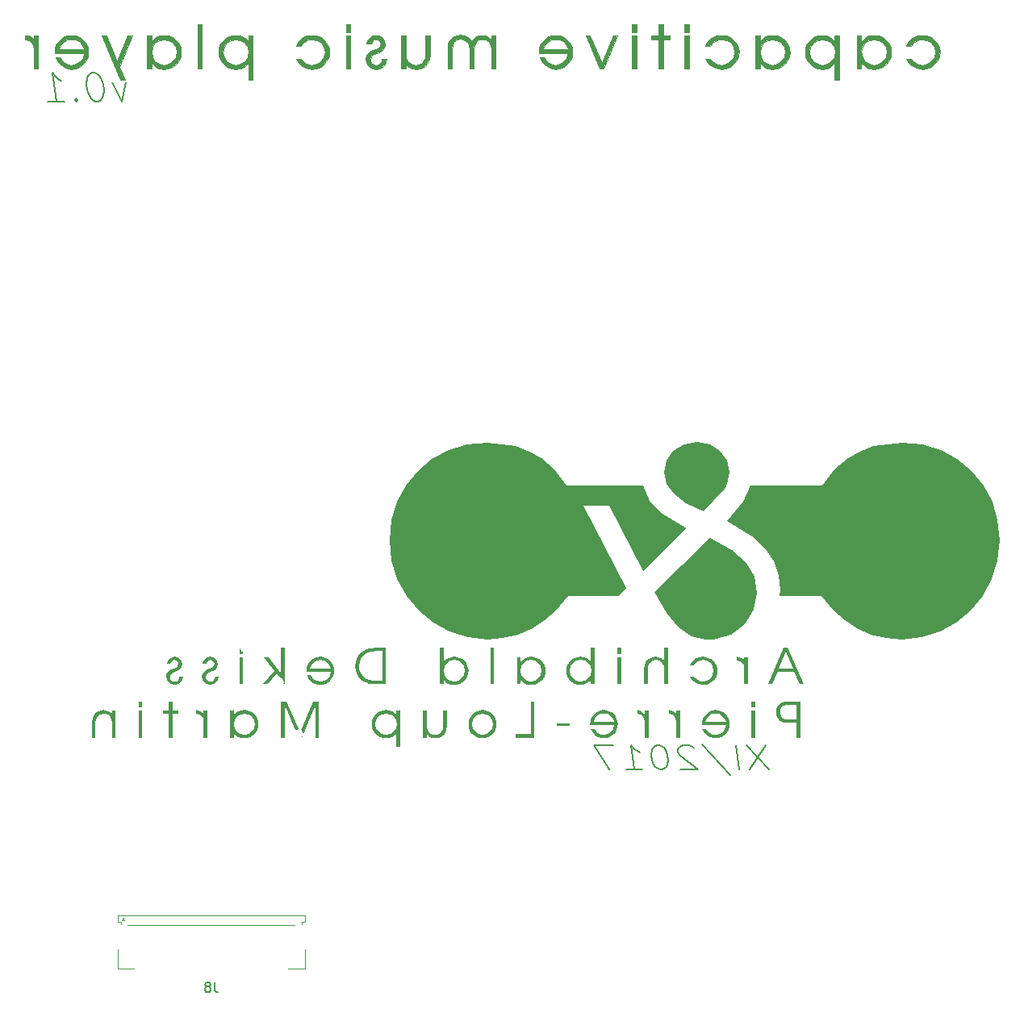
<source format=gbo>
G04 #@! TF.FileFunction,Legend,Bot*
%FSLAX46Y46*%
G04 Gerber Fmt 4.6, Leading zero omitted, Abs format (unit mm)*
G04 Created by KiCad (PCBNEW 4.0.7-e2-6376~58~ubuntu16.04.1) date Thu Nov  2 15:42:12 2017*
%MOMM*%
%LPD*%
G01*
G04 APERTURE LIST*
%ADD10C,0.100000*%
%ADD11C,0.200000*%
%ADD12C,0.071903*%
%ADD13C,0.106667*%
%ADD14C,0.150000*%
%ADD15C,2.400000*%
%ADD16C,3.900000*%
%ADD17R,2.200000X2.600000*%
%ADD18R,1.000000X1.700000*%
%ADD19R,2.100000X2.100000*%
%ADD20O,2.100000X2.100000*%
%ADD21C,1.900000*%
%ADD22O,1.650000X1.350000*%
%ADD23O,1.400000X1.950000*%
%ADD24C,3.600000*%
%ADD25C,2.600000*%
%ADD26C,2.100000*%
%ADD27C,0.900000*%
%ADD28C,1.000000*%
G04 APERTURE END LIST*
D10*
D11*
X31456857Y80538857D02*
X30992571Y78538857D01*
X30028285Y80538857D01*
X28189000Y81538857D02*
X27903285Y81538857D01*
X27635428Y81396000D01*
X27510428Y81253143D01*
X27403285Y80967429D01*
X27331857Y80396000D01*
X27421143Y79681714D01*
X27635428Y79110286D01*
X27814000Y78824571D01*
X27974714Y78681714D01*
X28278285Y78538857D01*
X28564000Y78538857D01*
X28831857Y78681714D01*
X28956857Y78824571D01*
X29063999Y79110286D01*
X29135428Y79681714D01*
X29046142Y80396000D01*
X28831856Y80967429D01*
X28653285Y81253143D01*
X28492571Y81396000D01*
X28189000Y81538857D01*
X26242571Y78824571D02*
X26117571Y78681714D01*
X26278285Y78538857D01*
X26403285Y78681714D01*
X26242571Y78824571D01*
X26278285Y78538857D01*
X23278286Y78538857D02*
X24992571Y78538857D01*
X24135429Y78538857D02*
X23760429Y81538857D01*
X24099714Y81110286D01*
X24421143Y80824571D01*
X24724714Y80681714D01*
X98595619Y10907048D02*
X96908119Y8407048D01*
X96595619Y10907048D02*
X98908119Y8407048D01*
X95765261Y8407048D02*
X95452761Y10907048D01*
X91866452Y11026095D02*
X94839667Y7811810D01*
X91053952Y10668952D02*
X90896214Y10788000D01*
X90595619Y10907048D01*
X89881333Y10907048D01*
X89610500Y10788000D01*
X89482524Y10668952D01*
X89369429Y10430857D01*
X89399191Y10192762D01*
X89586691Y9835619D01*
X91479548Y8407048D01*
X89622405Y8407048D01*
X87452762Y10907048D02*
X87167047Y10907048D01*
X86896214Y10788000D01*
X86768238Y10668952D01*
X86655143Y10430857D01*
X86571810Y9954667D01*
X86646214Y9359429D01*
X86848595Y8883238D01*
X87021214Y8645143D01*
X87178952Y8526095D01*
X87479547Y8407048D01*
X87765262Y8407048D01*
X88036095Y8526095D01*
X88164071Y8645143D01*
X88277166Y8883238D01*
X88360499Y9359429D01*
X88286095Y9954667D01*
X88083714Y10430857D01*
X87911095Y10668952D01*
X87753357Y10788000D01*
X87452762Y10907048D01*
X83908119Y8407048D02*
X85622404Y8407048D01*
X84765262Y8407048D02*
X84452762Y10907048D01*
X84783119Y10549905D01*
X85098595Y10311810D01*
X85399190Y10192762D01*
X82595619Y10907048D02*
X80595619Y10907048D01*
X82193833Y8407048D01*
D10*
X50225000Y-12525000D02*
X30625000Y-12525000D01*
X50225000Y-6925000D02*
X30625000Y-6925000D01*
X30625000Y-7925000D02*
X50225000Y-7925000D01*
X31175000Y-7175000D02*
X31025000Y-7425000D01*
X31325000Y-7425000D02*
X31175000Y-7175000D01*
X31025000Y-7425000D02*
X31325000Y-7425000D01*
X50225000Y-7625000D02*
X50225000Y-6925000D01*
X49925000Y-7625000D02*
X50225000Y-7625000D01*
X49925000Y-7925000D02*
X49925000Y-7625000D01*
X30925000Y-7625000D02*
X30925000Y-7925000D01*
X30625000Y-7625000D02*
X30925000Y-7625000D01*
X30625000Y-6925000D02*
X30625000Y-7625000D01*
X50225000Y-7925000D02*
X50225000Y-12525000D01*
X30625000Y-12525000D02*
X30625000Y-7925000D01*
G36*
X91384584Y42759892D02*
X112906313Y42726121D01*
X115007341Y42522577D01*
X116945720Y41936072D01*
X118685239Y41002807D01*
X120189687Y39758978D01*
X121422850Y38240783D01*
X122348515Y36484420D01*
X122930470Y34526085D01*
X123132502Y32401977D01*
X122922347Y30323535D01*
X122320379Y28383350D01*
X121369344Y26624222D01*
X120111984Y25088954D01*
X118591045Y23820349D01*
X116849272Y22861209D01*
X114929409Y22254337D01*
X112874201Y22042534D01*
X111231038Y22175786D01*
X109643310Y22565125D01*
X108166561Y23194922D01*
X106856333Y24049553D01*
X105713265Y25085018D01*
X104422221Y26613721D01*
X101726383Y26613721D01*
X100066174Y26613721D01*
X100098270Y27238313D01*
X99922521Y28793518D01*
X99407631Y30234609D01*
X98572130Y31533897D01*
X97434551Y32663694D01*
X94509106Y34473241D01*
X96201825Y36505181D01*
X97025113Y38222363D01*
X101824313Y38222363D01*
X104553865Y38222363D01*
X105824078Y39935773D01*
X107217594Y41081962D01*
X108490262Y41796657D01*
X109876981Y42310970D01*
X112906304Y42726121D01*
X112906309Y42726121D01*
X112906313Y42726121D01*
X91384584Y42759892D01*
X69358691Y42726121D01*
X72388016Y42310970D01*
X73774733Y41796657D01*
X75047399Y41081962D01*
X76440916Y39935773D01*
X77711125Y38222363D01*
X80440678Y38222363D01*
X85716745Y38222363D01*
X86421385Y36578762D01*
X87800842Y35195762D01*
X90332907Y33749106D01*
X85727984Y29211618D01*
X82177954Y36051556D01*
X79480517Y36051556D01*
X83952174Y27469529D01*
X83073895Y26613721D01*
X80538622Y26613721D01*
X77842790Y26613721D01*
X76552546Y25085018D01*
X75410271Y24049553D01*
X74100046Y23194922D01*
X72623303Y22565125D01*
X71035579Y22175786D01*
X69392414Y22042534D01*
X67337140Y22254337D01*
X65417095Y22861209D01*
X63675063Y23820349D01*
X62153827Y25088954D01*
X60896170Y26624222D01*
X59944874Y28383350D01*
X59342722Y30323535D01*
X59132498Y32401977D01*
X59334530Y34526085D01*
X59916485Y36484420D01*
X60842150Y38240783D01*
X62075313Y39758978D01*
X63579762Y41002807D01*
X65319282Y41936072D01*
X67257663Y42522577D01*
X69358691Y42726121D01*
X91384584Y42759892D01*
X92718295Y42516769D01*
X93792918Y41851187D01*
X94509938Y40858828D01*
X94770836Y39635378D01*
X94623083Y38706045D01*
X92765416Y32729524D01*
X95048223Y31437347D01*
X96575744Y30111234D01*
X97431218Y28655629D01*
X97697879Y26974982D01*
X97346100Y25146280D01*
X96378734Y23629006D01*
X94927738Y22550003D01*
X93125074Y22036108D01*
X92274093Y22036108D01*
X90765587Y22383956D01*
X89419542Y23280687D01*
X88160483Y24798280D01*
X86912933Y27008711D01*
X92765416Y32729524D01*
X94623083Y38706045D01*
X94154985Y37749108D01*
X92108721Y35492881D01*
X90216261Y36366347D01*
X88906281Y37326122D01*
X88145038Y38396871D01*
X87898788Y39603262D01*
X88165992Y40845602D01*
X88901816Y41847459D01*
X90007575Y42516374D01*
X91384584Y42759892D01*
X91384584Y42759892D01*
G37*
G36*
X43893577Y14626049D02*
X43883103Y14275475D01*
X43449847Y14189487D01*
X43099273Y13954117D01*
X42865009Y13601339D01*
X42779569Y13162021D01*
X42863355Y12713883D01*
X43093211Y12352286D01*
X43436619Y12110853D01*
X43862157Y12022659D01*
X44308641Y12110853D01*
X44666380Y12352836D01*
X44905055Y12716087D01*
X44991596Y13166982D01*
X44904505Y13599135D01*
X44667484Y13951360D01*
X44315256Y14188384D01*
X43883103Y14275475D01*
X43893577Y14626049D01*
X44200053Y14596833D01*
X44481722Y14513050D01*
X44734731Y14379104D01*
X44952460Y14200511D01*
X45131053Y13982229D01*
X45264999Y13729773D01*
X45348785Y13447551D01*
X45377998Y13141074D01*
X45348785Y12836805D01*
X45263898Y12557337D01*
X45128299Y12307085D01*
X44947499Y12091560D01*
X44725912Y11915172D01*
X44469045Y11783430D01*
X44181311Y11700750D01*
X43867669Y11672085D01*
X43537491Y11702955D01*
X43255819Y11802173D01*
X43008325Y11976357D01*
X42779569Y12233775D01*
X42779569Y11738783D01*
X42398129Y11738783D01*
X42398129Y14558801D01*
X42779569Y14558801D01*
X42779569Y14058847D01*
X43002262Y14312407D01*
X43257473Y14489349D01*
X43551822Y14592425D01*
X43893577Y14626049D01*
X43893577Y14626049D01*
G37*
G36*
X51869109Y20230804D02*
X51874070Y19880233D01*
X51490976Y19817394D01*
X51171272Y19637147D01*
X50929839Y19351617D01*
X50781563Y18972931D01*
X52941223Y18972931D01*
X52806727Y19342797D01*
X52570256Y19629431D01*
X52252756Y19814639D01*
X51874070Y19880233D01*
X51869109Y20230804D01*
X52167316Y20201591D01*
X52443476Y20117255D01*
X52692625Y19983860D01*
X52908703Y19806370D01*
X53086192Y19590292D01*
X53219587Y19341144D01*
X53303924Y19064986D01*
X53333137Y18766776D01*
X53303373Y18463057D01*
X53217933Y18181388D01*
X53081784Y17928379D01*
X52901537Y17708443D01*
X52681601Y17528196D01*
X52428595Y17392046D01*
X52146923Y17306609D01*
X51843204Y17276843D01*
X51577517Y17301648D01*
X51325061Y17374408D01*
X51092447Y17492368D01*
X50884639Y17653322D01*
X50631632Y17947121D01*
X50472329Y18271787D01*
X50869207Y18271787D01*
X51030161Y18008304D01*
X51260567Y17804907D01*
X51541689Y17673718D01*
X51853677Y17627417D01*
X52264330Y17705688D01*
X52607738Y17918459D01*
X52848067Y18236509D01*
X52951696Y18627319D01*
X50400122Y18627319D01*
X50443116Y19115146D01*
X50590843Y19498793D01*
X50821802Y19802512D01*
X51123317Y20032918D01*
X51478849Y20179541D01*
X51869109Y20230804D01*
X51869109Y20230804D01*
G37*
G36*
X58751583Y21153541D02*
X58370143Y20807929D01*
X57839322Y20807929D01*
X57117231Y20750051D01*
X56612316Y20560984D01*
X56319070Y20325063D01*
X56102442Y20020241D01*
X55967396Y19658093D01*
X55921095Y19251295D01*
X55957473Y18889148D01*
X56063306Y18559521D01*
X56234734Y18269583D01*
X56467900Y18029804D01*
X56715395Y17874361D01*
X57014152Y17768528D01*
X57382915Y17708443D01*
X57839322Y17689153D01*
X58370143Y17689153D01*
X58370143Y20807929D01*
X58751583Y21153541D01*
X58751583Y17344091D01*
X57725773Y17344091D01*
X56982182Y17412443D01*
X56681771Y17500637D01*
X56416084Y17627417D01*
X56034644Y17922317D01*
X55759037Y18292733D01*
X55591467Y18732052D01*
X55534690Y19235861D01*
X55590364Y19744084D01*
X55755179Y20188361D01*
X56026375Y20560984D01*
X56400649Y20854780D01*
X56682872Y20992584D01*
X57003679Y21085189D01*
X57854757Y21153541D01*
X58751583Y21153541D01*
X58751583Y21153541D01*
G37*
G36*
X100923962Y21153541D02*
X100707334Y20720835D01*
X99975320Y18972931D01*
X101454782Y18972931D01*
X100707334Y20720835D01*
X100923962Y21153541D01*
X102557764Y17344091D01*
X102155928Y17344091D01*
X101599200Y18627319D01*
X99825390Y18627319D01*
X99274174Y17344091D01*
X98856353Y17344091D01*
X100495667Y21153541D01*
X100923962Y21153541D01*
X100923962Y21153541D01*
G37*
G36*
X102222625Y15548783D02*
X101841184Y15203170D01*
X101299890Y15203170D01*
X100760802Y15175611D01*
X100433931Y15089621D01*
X100286205Y14981031D01*
X100178167Y14826692D01*
X100111470Y14629907D01*
X100088319Y14393986D01*
X100172104Y14004830D01*
X100271323Y13858757D01*
X100403063Y13754577D01*
X100697412Y13655359D01*
X101135077Y13625593D01*
X101841184Y13625593D01*
X101841184Y15203170D01*
X102222625Y15548783D01*
X102222625Y11738783D01*
X101841184Y11738783D01*
X101841184Y13280532D01*
X101109170Y13280532D01*
X100490155Y13335102D01*
X100083358Y13517556D01*
X99919647Y13676856D01*
X99800034Y13880254D01*
X99726722Y14121136D01*
X99701917Y14393986D01*
X99732234Y14703770D01*
X99820429Y14971110D01*
X99962642Y15188289D01*
X100155568Y15347589D01*
X100568428Y15501931D01*
X101170906Y15548783D01*
X102222625Y15548783D01*
X102222625Y15548783D01*
G37*
G36*
X93341444Y14626049D02*
X93346405Y14274925D01*
X92963311Y14212638D01*
X92643607Y14032388D01*
X92401621Y13746861D01*
X92253344Y13368176D01*
X94413558Y13368176D01*
X94278512Y13738042D01*
X94042591Y14024673D01*
X93725091Y14209331D01*
X93346405Y14274925D01*
X93341444Y14626049D01*
X93639651Y14596283D01*
X93915811Y14511946D01*
X94164960Y14378554D01*
X94380484Y14201061D01*
X94557977Y13984986D01*
X94691922Y13736388D01*
X94776259Y13459678D01*
X94805471Y13161470D01*
X94775705Y12857749D01*
X94690268Y12576630D01*
X94554119Y12323070D01*
X94373872Y12103688D01*
X94153936Y11922887D01*
X93900376Y11787291D01*
X93619258Y11701851D01*
X93315539Y11672085D01*
X93049852Y11696339D01*
X92797395Y11769099D01*
X92564232Y11887059D01*
X92356423Y12048014D01*
X92103967Y12341812D01*
X91944114Y12666478D01*
X92340989Y12666478D01*
X92502496Y12402998D01*
X92732902Y12199598D01*
X93014024Y12068410D01*
X93326012Y12022108D01*
X93736665Y12100380D01*
X94079523Y12313700D01*
X94320402Y12631200D01*
X94424031Y13022564D01*
X91871904Y13022564D01*
X91915451Y13510387D01*
X92062624Y13894035D01*
X92293584Y14197203D01*
X92595649Y14428163D01*
X92950634Y14574235D01*
X93341444Y14626049D01*
X93341444Y14626049D01*
G37*
G36*
X81614890Y14626049D02*
X81619852Y14275475D01*
X81236758Y14212638D01*
X80917051Y14032388D01*
X80675621Y13746861D01*
X80527344Y13368176D01*
X82687005Y13368176D01*
X82552509Y13738042D01*
X82316038Y14024673D01*
X81998538Y14209881D01*
X81619852Y14275475D01*
X81614890Y14626049D01*
X81913098Y14596283D01*
X82189258Y14512499D01*
X82438406Y14378554D01*
X82654484Y14201061D01*
X82831974Y13984986D01*
X82965369Y13736388D01*
X83049705Y13459678D01*
X83078918Y13161470D01*
X83049152Y12857749D01*
X82963715Y12576630D01*
X82827565Y12323070D01*
X82647316Y12103688D01*
X82427383Y11922887D01*
X82174373Y11787291D01*
X81892704Y11701851D01*
X81588982Y11672085D01*
X81323298Y11696339D01*
X81070842Y11769099D01*
X80838229Y11887059D01*
X80630420Y12048014D01*
X80377414Y12341812D01*
X80218111Y12667028D01*
X80614986Y12667028D01*
X80775940Y12402998D01*
X81006349Y12199598D01*
X81287467Y12068960D01*
X81599456Y12022659D01*
X82010112Y12100380D01*
X82353520Y12313700D01*
X82593849Y12631200D01*
X82697478Y13022564D01*
X80145901Y13022564D01*
X80188898Y13510387D01*
X80336621Y13894035D01*
X80567581Y14197203D01*
X80869096Y14428163D01*
X81224631Y14574786D01*
X81614890Y14626049D01*
X81614890Y14626049D01*
G37*
G36*
X73986621Y20230804D02*
X73976701Y19880233D01*
X73543445Y19794793D01*
X73192871Y19559426D01*
X72958607Y19206098D01*
X72873167Y18766776D01*
X72956953Y18319192D01*
X73186259Y17957594D01*
X73530217Y17715611D01*
X73955755Y17627417D01*
X74402239Y17715611D01*
X74759978Y17958145D01*
X74998653Y18321396D01*
X75085194Y18771738D01*
X74998103Y19203891D01*
X74760528Y19556118D01*
X74408301Y19793139D01*
X73976701Y19880233D01*
X73986621Y20230804D01*
X74293651Y20201591D01*
X74575320Y20117805D01*
X74828329Y19983860D01*
X75046058Y19805267D01*
X75224651Y19587538D01*
X75358597Y19335082D01*
X75442383Y19052859D01*
X75471596Y18746383D01*
X75442383Y18441560D01*
X75357496Y18162095D01*
X75221897Y17911843D01*
X75041097Y17696319D01*
X74819510Y17520480D01*
X74562643Y17388188D01*
X74274909Y17305506D01*
X73961267Y17276843D01*
X73631089Y17308263D01*
X73349417Y17406931D01*
X73101922Y17581666D01*
X72873167Y17839084D01*
X72873167Y17344091D01*
X72491727Y17344091D01*
X72491727Y20163556D01*
X72491727Y20164109D01*
X72873167Y20164109D01*
X72873167Y19663605D01*
X73095857Y19917715D01*
X73351071Y20094104D01*
X73645420Y20197180D01*
X73986621Y20230804D01*
X73986621Y20230804D01*
G37*
G36*
X80634829Y21153541D02*
X80279296Y18766776D01*
X80191652Y19203891D01*
X79952977Y19557221D01*
X79596341Y19794243D01*
X79155369Y19880233D01*
X78714397Y19795346D01*
X78363273Y19561079D01*
X78130660Y19208302D01*
X78046873Y18766776D01*
X78131760Y18314780D01*
X78366027Y17953736D01*
X78718805Y17713958D01*
X79160330Y17627417D01*
X79591930Y17710097D01*
X79954080Y17962556D01*
X80199921Y18329665D01*
X80279296Y18766776D01*
X80634829Y21153541D01*
X80634829Y17344091D01*
X80253388Y17344091D01*
X80253388Y17828610D01*
X80046133Y17594343D01*
X79786511Y17421262D01*
X79484996Y17313775D01*
X79149857Y17276843D01*
X78841727Y17306056D01*
X78558401Y17389292D01*
X78304844Y17522134D01*
X78086012Y17699626D01*
X77907416Y17916805D01*
X77773471Y18168708D01*
X77689134Y18450380D01*
X77660472Y18756306D01*
X77689687Y19058371D01*
X77774574Y19336735D01*
X77909623Y19587538D01*
X78089317Y19804716D01*
X78308149Y19983309D01*
X78560608Y20117255D01*
X78841177Y20201591D01*
X79144896Y20230804D01*
X79483892Y20194426D01*
X79785958Y20088592D01*
X80044479Y19915511D01*
X80253388Y19679040D01*
X80253388Y21153541D01*
X80634829Y21153541D01*
X80634829Y21153541D01*
G37*
G36*
X68876305Y14626049D02*
X68876305Y14275475D01*
X68446910Y14189487D01*
X68105706Y13951360D01*
X67880261Y13590316D01*
X67798679Y13136113D01*
X67877504Y12690182D01*
X68096886Y12337404D01*
X68431475Y12105892D01*
X68855359Y12022108D01*
X69303496Y12106995D01*
X69655724Y12341812D01*
X69886683Y12700652D01*
X69969366Y13156509D01*
X69886133Y13600789D01*
X69656827Y13955771D01*
X69310112Y14190038D01*
X68876305Y14274925D01*
X68876305Y14275475D01*
X68876305Y14626049D01*
X69179474Y14596833D01*
X69459492Y14513600D01*
X69711398Y14381861D01*
X69929127Y14205473D01*
X70107720Y13991049D01*
X70242218Y13743001D01*
X70326552Y13466293D01*
X70355768Y13166982D01*
X70326552Y12853891D01*
X70242769Y12567810D01*
X70108823Y12313150D01*
X69929127Y12094318D01*
X69708090Y11916275D01*
X69451223Y11783430D01*
X69161835Y11700750D01*
X68845438Y11672085D01*
X68546678Y11700197D01*
X68273275Y11782330D01*
X68029088Y11914071D01*
X67819626Y12089356D01*
X67648198Y12304881D01*
X67520318Y12555133D01*
X67439839Y12835151D01*
X67412277Y13141074D01*
X67440390Y13451959D01*
X67521969Y13736388D01*
X67652607Y13989395D01*
X67827344Y14206573D01*
X68041215Y14382962D01*
X68290914Y14514703D01*
X68570382Y14597386D01*
X68876305Y14626049D01*
X68876305Y14626049D01*
G37*
G36*
X64797314Y21153541D02*
X64781879Y18761818D01*
X64868419Y18323600D01*
X65104340Y17962556D01*
X65453810Y17717816D01*
X65879901Y17627417D01*
X66329690Y17715058D01*
X66690737Y17955387D01*
X66931619Y18316987D01*
X67018710Y18766776D01*
X66932720Y19201686D01*
X66697352Y19555568D01*
X66346778Y19793139D01*
X65915729Y19880233D01*
X65475307Y19792589D01*
X65114814Y19552810D01*
X64871177Y19197278D01*
X64781879Y18761818D01*
X64797314Y21153541D01*
X64797314Y19715418D01*
X65025516Y19937008D01*
X65289549Y20098515D01*
X65584448Y20197180D01*
X65905256Y20230804D01*
X66213936Y20201591D01*
X66498913Y20117805D01*
X66754127Y19984413D01*
X66974613Y19806370D01*
X67155413Y19588638D01*
X67291012Y19336735D01*
X67375899Y19056167D01*
X67405662Y18751344D01*
X67375346Y18448176D01*
X67288255Y18168708D01*
X67149348Y17917905D01*
X66964140Y17700727D01*
X66738142Y17523237D01*
X66476866Y17389842D01*
X66185274Y17306056D01*
X65869428Y17276843D01*
X65543659Y17309917D01*
X65263641Y17412993D01*
X65018350Y17592139D01*
X64797314Y17854516D01*
X64797314Y17344091D01*
X64415873Y17344091D01*
X64415873Y21153541D01*
X64797314Y21153541D01*
X64797314Y21153541D01*
G37*
G36*
X58738355Y14626049D02*
X58753790Y14275475D01*
X58312265Y14189487D01*
X57959487Y13951913D01*
X57725220Y13592520D01*
X57640333Y13141074D01*
X57725220Y12698999D01*
X57958386Y12344017D01*
X58310060Y12108099D01*
X58748829Y12022659D01*
X59195863Y12109199D01*
X59551948Y12348428D01*
X59787316Y12709472D01*
X59872756Y13162021D01*
X59785662Y13599135D01*
X59546987Y13952463D01*
X59192005Y14188934D01*
X58753790Y14275475D01*
X58738355Y14626049D01*
X59080660Y14589667D01*
X59383275Y14483284D01*
X59640693Y14310753D01*
X59846848Y14074282D01*
X59846848Y14558801D01*
X60228288Y14558801D01*
X60228288Y10749351D01*
X59846848Y10749351D01*
X59846848Y12223302D01*
X59636835Y11985177D01*
X59381071Y11812646D01*
X59083414Y11707363D01*
X58748829Y11672085D01*
X58442902Y11701301D01*
X58160680Y11785637D01*
X57906570Y11919583D01*
X57686084Y12097072D01*
X57505287Y12313700D01*
X57369134Y12563402D01*
X57283697Y12841213D01*
X57253931Y13141074D01*
X57283147Y13446447D01*
X57367483Y13727569D01*
X57501979Y13980025D01*
X57681123Y14198857D01*
X57899405Y14377450D01*
X58151861Y14511946D01*
X58433533Y14596283D01*
X58738355Y14626049D01*
X58738355Y14626049D01*
G37*
G36*
X30386348Y11738930D02*
X30004864Y11738930D01*
X30004864Y13290642D01*
X29970709Y13668263D01*
X29855361Y13929885D01*
X29723180Y14075197D01*
X29555716Y14183773D01*
X29360222Y14251719D01*
X29143947Y14275293D01*
X28754731Y14194759D01*
X28458306Y13971154D01*
X28315248Y13668295D01*
X28272720Y13218503D01*
X28272720Y11738962D01*
X27891236Y11738962D01*
X27891236Y13218503D01*
X27947300Y13790087D01*
X28138687Y14187677D01*
X28326205Y14373586D01*
X28552391Y14511165D01*
X28811437Y14596498D01*
X29097550Y14625831D01*
X29362558Y14598738D01*
X29601469Y14517565D01*
X29815249Y14382237D01*
X30004863Y14192786D01*
X30004863Y14558802D01*
X30386347Y14558802D01*
X30386347Y11738919D01*
X30386348Y11738930D01*
X30386348Y11738930D01*
G37*
G36*
X33170809Y11738930D02*
X32789325Y11738930D01*
X32789325Y14558813D01*
X33170809Y14558813D01*
X33170809Y11738930D01*
X33170809Y11738930D01*
G37*
G36*
X33170809Y14899060D02*
X32789325Y14899060D01*
X32789325Y15548612D01*
X33170809Y15548612D01*
X33170809Y14899060D01*
X33170809Y14899060D01*
G37*
G36*
X36334814Y11738930D02*
X35953331Y11738930D01*
X35953331Y14213415D01*
X35319242Y14213415D01*
X35319242Y14558813D01*
X35953331Y14558813D01*
X35953331Y15548612D01*
X36334814Y15548612D01*
X36334814Y14558813D01*
X36943124Y14558813D01*
X36943124Y14213415D01*
X36334814Y14213415D01*
X36334814Y11738930D01*
X36334814Y11738930D01*
G37*
G36*
X39988245Y11738930D02*
X39606762Y11738930D01*
X39606762Y13383431D01*
X39556586Y13733341D01*
X39406361Y13994322D01*
X39156577Y14166375D01*
X38807715Y14249469D01*
X38807715Y14625789D01*
X39083357Y14587282D01*
X39303902Y14499495D01*
X39476114Y14357575D01*
X39606767Y14156679D01*
X39606767Y14558781D01*
X39988251Y14558781D01*
X39988251Y11738898D01*
X39988245Y11738930D01*
X39988245Y11738930D01*
G37*
G36*
X51702552Y11738930D02*
X51321069Y11738930D01*
X51321069Y15131043D01*
X49893083Y11738930D01*
X49563151Y11738930D01*
X48130010Y15131043D01*
X48130010Y11738930D01*
X47748527Y11738930D01*
X47748527Y15548612D01*
X48341373Y15548612D01*
X49722959Y12306002D01*
X51109706Y15548612D01*
X51702552Y15548612D01*
X51702552Y11738930D01*
X51702552Y11738930D01*
G37*
G36*
X62632225Y14558802D02*
X63013708Y14558802D01*
X63013708Y13110194D01*
X63054305Y12677810D01*
X63183831Y12372999D01*
X63320282Y12224711D01*
X63486696Y12114599D01*
X63678244Y12046013D01*
X63890090Y12022439D01*
X64115792Y12046119D01*
X64315395Y12115239D01*
X64480199Y12226887D01*
X64601504Y12378162D01*
X64701387Y12653959D01*
X64735541Y13038023D01*
X64735541Y14558802D01*
X65117028Y14558802D01*
X65117028Y13038023D01*
X65062255Y12499954D01*
X64895359Y12120402D01*
X64713397Y11926354D01*
X64487455Y11785949D01*
X64221883Y11700615D01*
X63921029Y11671815D01*
X63621223Y11701469D01*
X63374577Y11792989D01*
X63174330Y11950226D01*
X63013715Y12177053D01*
X63013715Y11738866D01*
X62632233Y11738866D01*
X62632233Y14558749D01*
X62632225Y14558802D01*
X62632225Y14558802D01*
G37*
G36*
X74324209Y11738909D02*
X72365241Y11738909D01*
X72365241Y12084306D01*
X73942727Y12084306D01*
X73942727Y15548612D01*
X74324209Y15548612D01*
X74324209Y11738930D01*
X74324209Y11738909D01*
X74324209Y11738909D01*
G37*
G36*
X78025335Y13264871D02*
X78025335Y12940093D01*
X76628277Y12940093D01*
X76628277Y13264871D01*
X78025335Y13264871D01*
X78025335Y13264871D01*
G37*
G36*
X86278734Y11738919D02*
X85897250Y11738919D01*
X85897250Y13383421D01*
X85847064Y13733330D01*
X85696839Y13994311D01*
X85447053Y14166365D01*
X85098192Y14249458D01*
X85098192Y14625789D01*
X85373834Y14587282D01*
X85594379Y14499495D01*
X85766594Y14357565D01*
X85897246Y14156679D01*
X85897246Y14558781D01*
X86278730Y14558781D01*
X86278730Y11738898D01*
X86278734Y11738919D01*
X86278734Y11738919D01*
G37*
G36*
X89586767Y11738919D02*
X89205284Y11738919D01*
X89205284Y13383421D01*
X89155098Y13733330D01*
X89004872Y13994311D01*
X88755086Y14166365D01*
X88406224Y14249458D01*
X88406224Y14625789D01*
X88681867Y14587282D01*
X88902412Y14499495D01*
X89074627Y14357565D01*
X89205280Y14156679D01*
X89205280Y14558781D01*
X89586763Y14558781D01*
X89586763Y11738898D01*
X89586767Y11738919D01*
X89586767Y11738919D01*
G37*
G36*
X97481562Y11738887D02*
X97100078Y11738887D01*
X97100078Y14558781D01*
X97481562Y14558781D01*
X97481562Y11738887D01*
X97481562Y11738887D01*
G37*
G36*
X97481562Y14899022D02*
X97100078Y14899022D01*
X97100078Y15548575D01*
X97481562Y15548575D01*
X97481562Y14899022D01*
X97481562Y14899022D01*
G37*
G36*
X37455905Y18173895D02*
X37388097Y17803204D01*
X37203314Y17520475D01*
X36917995Y17340204D01*
X36548590Y17276897D01*
X36200937Y17341334D01*
X35928679Y17521766D01*
X35751149Y17798857D01*
X35687672Y18153276D01*
X35717805Y18392187D01*
X35808824Y18591468D01*
X35961708Y18752084D01*
X36177419Y18875003D01*
X36708404Y19101831D01*
X36903015Y19258420D01*
X36966161Y19473005D01*
X36934407Y19632332D01*
X36847580Y19761695D01*
X36718217Y19848532D01*
X36558889Y19880265D01*
X36392954Y19853524D01*
X36267618Y19774591D01*
X36184813Y19645389D01*
X36146466Y19467857D01*
X35759828Y19467857D01*
X35826602Y19778457D01*
X35992456Y20019462D01*
X36240471Y20175406D01*
X36553729Y20230830D01*
X36872143Y20171299D01*
X37125313Y20005931D01*
X37292452Y19754534D01*
X37352783Y19436928D01*
X37299300Y19157259D01*
X37141423Y18931719D01*
X36985487Y18816373D01*
X36620751Y18658495D01*
X36254731Y18483217D01*
X36121985Y18329207D01*
X36074305Y18117199D01*
X36109985Y17921060D01*
X36208983Y17766003D01*
X36359207Y17664104D01*
X36548578Y17627454D01*
X36761312Y17664264D01*
X36924263Y17771153D01*
X37032120Y17942805D01*
X37079565Y18173903D01*
X37455895Y18173903D01*
X37455905Y18173895D01*
X37455905Y18173895D01*
G37*
G36*
X41217021Y18173896D02*
X41149213Y17803206D01*
X40964429Y17520476D01*
X40679114Y17340206D01*
X40309705Y17276888D01*
X39962056Y17341326D01*
X39689796Y17521757D01*
X39512267Y17798848D01*
X39448789Y18153267D01*
X39478923Y18392178D01*
X39569941Y18591458D01*
X39722826Y18752075D01*
X39938537Y18874994D01*
X40469518Y19101822D01*
X40664128Y19258412D01*
X40727275Y19472995D01*
X40695520Y19632323D01*
X40608693Y19761685D01*
X40479330Y19848523D01*
X40320002Y19880256D01*
X40154072Y19853515D01*
X40028735Y19774581D01*
X39945930Y19645380D01*
X39907583Y19467848D01*
X39520945Y19467848D01*
X39587719Y19778448D01*
X39753571Y20019453D01*
X40001589Y20175397D01*
X40314849Y20230811D01*
X40633262Y20171280D01*
X40886429Y20005911D01*
X41053568Y19754516D01*
X41113899Y19436909D01*
X41060416Y19157239D01*
X40902543Y18931700D01*
X40746597Y18816355D01*
X40381867Y18658476D01*
X40015851Y18483199D01*
X39883102Y18329189D01*
X39835422Y18117180D01*
X39871102Y17921042D01*
X39970099Y17765984D01*
X40120324Y17664085D01*
X40309695Y17627435D01*
X40522429Y17664245D01*
X40685379Y17771134D01*
X40793236Y17942785D01*
X40840682Y18173884D01*
X41217010Y18173884D01*
X41217021Y18173896D01*
X41217021Y18173896D01*
G37*
G36*
X43769484Y17343912D02*
X43388000Y17343912D01*
X43388000Y20163795D01*
X43769484Y20163795D01*
X43769484Y17343912D01*
X43769484Y17343912D01*
G37*
G36*
X43769484Y20504041D02*
X43388000Y20504041D01*
X43388000Y21153596D01*
X43769484Y21153596D01*
X43769484Y20504041D01*
X43769484Y20504041D01*
G37*
G36*
X48114595Y17343912D02*
X47733112Y17343912D01*
X47733112Y17926449D01*
X47289768Y18472898D01*
X46351523Y17343912D01*
X45877245Y17343912D01*
X47047473Y18746123D01*
X45949418Y20163799D01*
X46418539Y20163799D01*
X47733112Y18452278D01*
X47733112Y21153596D01*
X48114595Y21153596D01*
X48114595Y17343912D01*
X48114595Y17343912D01*
G37*
G36*
X70081813Y17343948D02*
X69700331Y17343948D01*
X69700331Y21153631D01*
X70081813Y21153631D01*
X70081813Y17343948D01*
X70081813Y17343948D01*
G37*
G36*
X83419210Y17343947D02*
X83037726Y17343947D01*
X83037726Y20163835D01*
X83419210Y20163835D01*
X83419210Y17343947D01*
X83419210Y17343947D01*
G37*
G36*
X83419210Y20504077D02*
X83037726Y20504077D01*
X83037726Y21153631D01*
X83419210Y21153631D01*
X83419210Y20504077D01*
X83419210Y20504077D01*
G37*
G36*
X88318101Y17343947D02*
X87936619Y17343947D01*
X87936619Y18890504D01*
X87901813Y19266188D01*
X87781956Y19529747D01*
X87646955Y19678038D01*
X87479089Y19788149D01*
X87075697Y19880299D01*
X86689057Y19797173D01*
X86395212Y19570991D01*
X86249578Y19277145D01*
X86204468Y18859574D01*
X86204468Y17343950D01*
X85822985Y17343950D01*
X85822985Y18859574D01*
X85882270Y19401513D01*
X86065279Y19792663D01*
X86249417Y19978573D01*
X86478984Y20116152D01*
X86745281Y20201539D01*
X87039610Y20230862D01*
X87316057Y20202350D01*
X87561573Y20118744D01*
X87770359Y19982937D01*
X87936613Y19797835D01*
X87936613Y21153649D01*
X88318096Y21153649D01*
X88318096Y17343966D01*
X88318101Y17343947D01*
X88318101Y17343947D01*
G37*
G36*
X91031756Y18173935D02*
X91250529Y17923263D01*
X91475102Y17753787D01*
X91719007Y17657776D01*
X91995776Y17627493D01*
X92440491Y17715376D01*
X92800629Y17955494D01*
X93041875Y18312572D01*
X93129918Y18751326D01*
X93043571Y19195236D01*
X92806433Y19553601D01*
X92451370Y19793075D01*
X92011246Y19880307D01*
X91712487Y19843091D01*
X91446108Y19733382D01*
X91217427Y19554079D01*
X91031760Y19308080D01*
X90603880Y19308080D01*
X90829500Y19691497D01*
X91152263Y19982121D01*
X91551387Y20166419D01*
X92006090Y20230856D01*
X92313730Y20201342D01*
X92598776Y20116552D01*
X92855549Y19982104D01*
X93078369Y19803616D01*
X93261560Y19586706D01*
X93399441Y19336992D01*
X93486332Y19060092D01*
X93516561Y18761624D01*
X93486076Y18456572D01*
X93398321Y18175141D01*
X93258849Y17922588D01*
X93073223Y17704166D01*
X92846999Y17525135D01*
X92585735Y17390748D01*
X92294990Y17306257D01*
X91980322Y17276924D01*
X91478336Y17359409D01*
X91042078Y17596548D01*
X90810740Y17829175D01*
X90598733Y18173929D01*
X91031769Y18173929D01*
X91031756Y18173935D01*
X91031756Y18173935D01*
G37*
G36*
X96716332Y17343949D02*
X96334849Y17343949D01*
X96334849Y18988452D01*
X96284663Y19338361D01*
X96134437Y19599343D01*
X95884652Y19771397D01*
X95535791Y19854523D01*
X95535791Y20230851D01*
X95811433Y20192344D01*
X96031979Y20104547D01*
X96204193Y19962617D01*
X96334846Y19761727D01*
X96334846Y20163830D01*
X96716329Y20163830D01*
X96716329Y17343943D01*
X96716332Y17343949D01*
X96716332Y17343949D01*
G37*
D12*
G36*
X22264792Y82009171D02*
X21805671Y82009171D01*
X21805671Y83988352D01*
X21745278Y84409470D01*
X21564480Y84723565D01*
X21263858Y84930635D01*
X20844000Y85030679D01*
X20844000Y85483594D01*
X21175741Y85437259D01*
X21441169Y85331591D01*
X21648431Y85160777D01*
X21805671Y84919001D01*
X21805671Y85402939D01*
X22264792Y85402939D01*
X22264792Y82009171D01*
X22264792Y82009171D01*
G37*
X22264792Y82009171D02*
X21805671Y82009171D01*
X21805671Y83988352D01*
X21745278Y84409470D01*
X21564480Y84723565D01*
X21263858Y84930635D01*
X20844000Y85030679D01*
X20844000Y85483594D01*
X21175741Y85437259D01*
X21441169Y85331591D01*
X21648431Y85160777D01*
X21805671Y84919001D01*
X21805671Y85402939D01*
X22264792Y85402939D01*
X22264792Y82009171D01*
D13*
G36*
X25755248Y85483859D02*
X25761313Y85061630D01*
X25299945Y84986113D01*
X24915197Y84769484D01*
X24624706Y84425526D01*
X24446112Y83969672D01*
X27045644Y83969672D01*
X26883587Y84415053D01*
X26599160Y84760115D01*
X26216617Y84982805D01*
X25761313Y85061630D01*
X25755248Y85483859D01*
X26114091Y85448582D01*
X26446473Y85347159D01*
X26746334Y85186202D01*
X27005956Y84972332D01*
X27219829Y84712710D01*
X27380783Y84412849D01*
X27482206Y84080464D01*
X27516933Y83721624D01*
X27481105Y83356169D01*
X27378579Y83017172D01*
X27214868Y82712350D01*
X26997689Y82448317D01*
X26733106Y82230588D01*
X26428283Y82067427D01*
X26089837Y81964351D01*
X25724382Y81928520D01*
X25100405Y82045380D01*
X24570135Y82381619D01*
X24265866Y82734950D01*
X24074042Y83125760D01*
X24551395Y83125760D01*
X24745423Y82808260D01*
X25023234Y82563520D01*
X25361131Y82405873D01*
X25736509Y82350202D01*
X26230948Y82444459D01*
X26643808Y82700773D01*
X26933746Y83083317D01*
X27058322Y83554055D01*
X23986951Y83554055D01*
X24038764Y84141100D01*
X24216257Y84602465D01*
X24494621Y84967923D01*
X24857872Y85245734D01*
X25285063Y85421573D01*
X25755248Y85483859D01*
X25755248Y85483859D01*
G37*
X25755248Y85483859D02*
X25761313Y85061630D01*
X25299945Y84986113D01*
X24915197Y84769484D01*
X24624706Y84425526D01*
X24446112Y83969672D01*
X27045644Y83969672D01*
X26883587Y84415053D01*
X26599160Y84760115D01*
X26216617Y84982805D01*
X25761313Y85061630D01*
X25755248Y85483859D01*
X26114091Y85448582D01*
X26446473Y85347159D01*
X26746334Y85186202D01*
X27005956Y84972332D01*
X27219829Y84712710D01*
X27380783Y84412849D01*
X27482206Y84080464D01*
X27516933Y83721624D01*
X27481105Y83356169D01*
X27378579Y83017172D01*
X27214868Y82712350D01*
X26997689Y82448317D01*
X26733106Y82230588D01*
X26428283Y82067427D01*
X26089837Y81964351D01*
X25724382Y81928520D01*
X25100405Y82045380D01*
X24570135Y82381619D01*
X24265866Y82734950D01*
X24074042Y83125760D01*
X24551395Y83125760D01*
X24745423Y82808260D01*
X25023234Y82563520D01*
X25361131Y82405873D01*
X25736509Y82350202D01*
X26230948Y82444459D01*
X26643808Y82700773D01*
X26933746Y83083317D01*
X27058322Y83554055D01*
X23986951Y83554055D01*
X24038764Y84141100D01*
X24216257Y84602465D01*
X24494621Y84967923D01*
X24857872Y85245734D01*
X25285063Y85421573D01*
X25755248Y85483859D01*
D12*
G36*
X31365933Y80817938D02*
X30875793Y80817938D01*
X28915223Y85402937D01*
X29405368Y85402937D01*
X30553166Y82697849D01*
X31626517Y85402937D01*
X32129066Y85402937D01*
X30813750Y82120847D01*
X31365933Y80817938D01*
X31365933Y80817938D01*
G37*
X31365933Y80817938D02*
X30875793Y80817938D01*
X28915223Y85402937D01*
X29405368Y85402937D01*
X30553166Y82697849D01*
X31626517Y85402937D01*
X32129066Y85402937D01*
X30813750Y82120847D01*
X31365933Y80817938D01*
D13*
G36*
X35465457Y85483859D02*
X35453329Y85061630D01*
X34931331Y84958551D01*
X34510202Y84675228D01*
X34227980Y84250241D01*
X34125454Y83721624D01*
X34226326Y83182535D01*
X34502483Y82747627D01*
X34915897Y82456586D01*
X35428525Y82350202D01*
X35965410Y82456586D01*
X36396460Y82748178D01*
X36683093Y83185292D01*
X36787273Y83727686D01*
X36682540Y84247483D01*
X36397010Y84671370D01*
X35973126Y84956897D01*
X35453329Y85061630D01*
X35465457Y85483859D01*
X35834219Y85448582D01*
X36173769Y85347710D01*
X36478039Y85186756D01*
X36740418Y84971781D01*
X36955392Y84709402D01*
X37116347Y84405133D01*
X37217218Y84065583D01*
X37252496Y83696820D01*
X37217218Y83330261D01*
X37114693Y82994022D01*
X36952085Y82693057D01*
X36734356Y82433435D01*
X36467566Y82221215D01*
X36158335Y82062465D01*
X35812172Y81963247D01*
X35434590Y81928520D01*
X35037165Y81966005D01*
X34698718Y82085066D01*
X34400511Y82295078D01*
X34125454Y82604863D01*
X34125454Y82008998D01*
X33666290Y82008998D01*
X33666290Y85402831D01*
X34125454Y85402831D01*
X34125454Y84800904D01*
X34393342Y85106827D01*
X34700372Y85319047D01*
X35054803Y85443070D01*
X35465457Y85483859D01*
X35465457Y85483859D01*
G37*
X35465457Y85483859D02*
X35453329Y85061630D01*
X34931331Y84958551D01*
X34510202Y84675228D01*
X34227980Y84250241D01*
X34125454Y83721624D01*
X34226326Y83182535D01*
X34502483Y82747627D01*
X34915897Y82456586D01*
X35428525Y82350202D01*
X35965410Y82456586D01*
X36396460Y82748178D01*
X36683093Y83185292D01*
X36787273Y83727686D01*
X36682540Y84247483D01*
X36397010Y84671370D01*
X35973126Y84956897D01*
X35453329Y85061630D01*
X35465457Y85483859D01*
X35834219Y85448582D01*
X36173769Y85347710D01*
X36478039Y85186756D01*
X36740418Y84971781D01*
X36955392Y84709402D01*
X37116347Y84405133D01*
X37217218Y84065583D01*
X37252496Y83696820D01*
X37217218Y83330261D01*
X37114693Y82994022D01*
X36952085Y82693057D01*
X36734356Y82433435D01*
X36467566Y82221215D01*
X36158335Y82062465D01*
X35812172Y81963247D01*
X35434590Y81928520D01*
X35037165Y81966005D01*
X34698718Y82085066D01*
X34400511Y82295078D01*
X34125454Y82604863D01*
X34125454Y82008998D01*
X33666290Y82008998D01*
X33666290Y85402831D01*
X34125454Y85402831D01*
X34125454Y84800904D01*
X34393342Y85106827D01*
X34700372Y85319047D01*
X35054803Y85443070D01*
X35465457Y85483859D01*
D12*
G36*
X39445002Y82009171D02*
X38985881Y82009171D01*
X38985881Y86594170D01*
X39445039Y86594170D01*
X39445039Y82009171D01*
X39445002Y82009171D01*
X39445002Y82009171D01*
G37*
X39445002Y82009171D02*
X38985881Y82009171D01*
X38985881Y86594170D01*
X39445039Y86594170D01*
X39445039Y82009171D01*
X39445002Y82009171D01*
D13*
G36*
X42968049Y85483859D02*
X42986789Y85061630D01*
X42455418Y84958551D01*
X42030431Y84672471D01*
X41748759Y84239767D01*
X41646233Y83696820D01*
X41748209Y83164346D01*
X42029330Y82737154D01*
X42452664Y82453278D01*
X42980176Y82350202D01*
X43518713Y82454932D01*
X43947558Y82742666D01*
X44230884Y83177576D01*
X44332859Y83721624D01*
X44228126Y84247483D01*
X43941496Y84673021D01*
X43513751Y84958000D01*
X42986789Y85061630D01*
X42968049Y85483859D01*
X43379806Y85440313D01*
X43744160Y85312432D01*
X44053942Y85104073D01*
X44301990Y84819647D01*
X44301990Y85402831D01*
X44761151Y85402831D01*
X44761151Y80817823D01*
X44301990Y80817823D01*
X44301990Y82592185D01*
X44048983Y82305552D01*
X43741403Y82097743D01*
X43383114Y81970966D01*
X42980176Y81928520D01*
X42612514Y81963798D01*
X42272414Y82065223D01*
X41966491Y82226177D01*
X41701357Y82440601D01*
X41483625Y82700773D01*
X41319914Y83001738D01*
X41216838Y83335773D01*
X41181010Y83696820D01*
X41216288Y84063929D01*
X41318260Y84402375D01*
X41479767Y84706648D01*
X41695292Y84969577D01*
X41958222Y85185102D01*
X42261941Y85346606D01*
X42600940Y85448031D01*
X42968049Y85483859D01*
X42968049Y85483859D01*
G37*
X42968049Y85483859D02*
X42986789Y85061630D01*
X42455418Y84958551D01*
X42030431Y84672471D01*
X41748759Y84239767D01*
X41646233Y83696820D01*
X41748209Y83164346D01*
X42029330Y82737154D01*
X42452664Y82453278D01*
X42980176Y82350202D01*
X43518713Y82454932D01*
X43947558Y82742666D01*
X44230884Y83177576D01*
X44332859Y83721624D01*
X44228126Y84247483D01*
X43941496Y84673021D01*
X43513751Y84958000D01*
X42986789Y85061630D01*
X42968049Y85483859D01*
X43379806Y85440313D01*
X43744160Y85312432D01*
X44053942Y85104073D01*
X44301990Y84819647D01*
X44301990Y85402831D01*
X44761151Y85402831D01*
X44761151Y80817823D01*
X44301990Y80817823D01*
X44301990Y82592185D01*
X44048983Y82305552D01*
X43741403Y82097743D01*
X43383114Y81970966D01*
X42980176Y81928520D01*
X42612514Y81963798D01*
X42272414Y82065223D01*
X41966491Y82226177D01*
X41701357Y82440601D01*
X41483625Y82700773D01*
X41319914Y83001738D01*
X41216838Y83335773D01*
X41181010Y83696820D01*
X41216288Y84063929D01*
X41318260Y84402375D01*
X41479767Y84706648D01*
X41695292Y84969577D01*
X41958222Y85185102D01*
X42261941Y85346606D01*
X42600940Y85448031D01*
X42968049Y85483859D01*
D12*
G36*
X49806283Y83008069D02*
X50069580Y82706383D01*
X50339856Y82502415D01*
X50633397Y82386860D01*
X50966491Y82350410D01*
X51501713Y82456175D01*
X51935145Y82745161D01*
X52225488Y83174908D01*
X52331444Y83702954D01*
X52227522Y84237205D01*
X51942124Y84668503D01*
X51514801Y84956713D01*
X50985105Y85061702D01*
X50625543Y85016914D01*
X50304955Y84884879D01*
X50029735Y84669084D01*
X49806283Y84373021D01*
X49291324Y84373021D01*
X49562860Y84834468D01*
X49951310Y85184237D01*
X50431657Y85406042D01*
X50978900Y85483596D01*
X51349146Y85448080D01*
X51692203Y85346036D01*
X52001232Y85184227D01*
X52269402Y84969414D01*
X52489873Y84708360D01*
X52655817Y84407826D01*
X52760392Y84074573D01*
X52796774Y83715365D01*
X52760099Y83348231D01*
X52654477Y83009525D01*
X52486624Y82705574D01*
X52263218Y82442702D01*
X51990953Y82227235D01*
X51676520Y82065498D01*
X51326609Y81963817D01*
X50947902Y81928519D01*
X50343754Y82027789D01*
X49818713Y82313188D01*
X49540294Y82593158D01*
X49285140Y83008073D01*
X49806304Y83008073D01*
X49806283Y83008069D01*
X49806283Y83008069D01*
G37*
X49806283Y83008069D02*
X50069580Y82706383D01*
X50339856Y82502415D01*
X50633397Y82386860D01*
X50966491Y82350410D01*
X51501713Y82456175D01*
X51935145Y82745161D01*
X52225488Y83174908D01*
X52331444Y83702954D01*
X52227522Y84237205D01*
X51942124Y84668503D01*
X51514801Y84956713D01*
X50985105Y85061702D01*
X50625543Y85016914D01*
X50304955Y84884879D01*
X50029735Y84669084D01*
X49806283Y84373021D01*
X49291324Y84373021D01*
X49562860Y84834468D01*
X49951310Y85184237D01*
X50431657Y85406042D01*
X50978900Y85483596D01*
X51349146Y85448080D01*
X51692203Y85346036D01*
X52001232Y85184227D01*
X52269402Y84969414D01*
X52489873Y84708360D01*
X52655817Y84407826D01*
X52760392Y84074573D01*
X52796774Y83715365D01*
X52760099Y83348231D01*
X52654477Y83009525D01*
X52486624Y82705574D01*
X52263218Y82442702D01*
X51990953Y82227235D01*
X51676520Y82065498D01*
X51326609Y81963817D01*
X50947902Y81928519D01*
X50343754Y82027789D01*
X49818713Y82313188D01*
X49540294Y82593158D01*
X49285140Y83008073D01*
X49806304Y83008073D01*
X49806283Y83008069D01*
G36*
X54989387Y82009176D02*
X54530266Y82009176D01*
X54530266Y85402943D01*
X54989387Y85402943D01*
X54989387Y82009176D01*
X54989387Y82009176D01*
G37*
X54989387Y82009176D02*
X54530266Y82009176D01*
X54530266Y85402943D01*
X54989387Y85402943D01*
X54989387Y82009176D01*
G36*
X54989387Y85812429D02*
X54530266Y85812429D01*
X54530266Y86594175D01*
X54989387Y86594175D01*
X54989387Y85812429D01*
X54989387Y85812429D01*
G37*
X54989387Y85812429D02*
X54530266Y85812429D01*
X54530266Y86594175D01*
X54989387Y86594175D01*
X54989387Y85812429D01*
G36*
X58766893Y83008073D02*
X58685290Y82561943D01*
X58462902Y82221674D01*
X58119517Y82004716D01*
X57674928Y81928519D01*
X57256527Y82006073D01*
X56928860Y82223225D01*
X56715200Y82556707D01*
X56638810Y82983255D01*
X56675067Y83270787D01*
X56784611Y83510624D01*
X56968608Y83703927D01*
X57228221Y83851862D01*
X57867265Y84124852D01*
X58101477Y84313308D01*
X58177482Y84571563D01*
X58139300Y84763316D01*
X58034796Y84919006D01*
X57879105Y85023510D01*
X57687350Y85061705D01*
X57487649Y85029522D01*
X57336807Y84934518D01*
X57237151Y84779022D01*
X57191005Y84565361D01*
X56725680Y84565361D01*
X56806052Y84939171D01*
X57005656Y85229223D01*
X57304138Y85416904D01*
X57681146Y85483600D01*
X58064362Y85411960D01*
X58369053Y85212937D01*
X58570211Y84910380D01*
X58642821Y84528135D01*
X58578450Y84191550D01*
X58388441Y83920110D01*
X58200760Y83781289D01*
X57761802Y83591281D01*
X57321295Y83380334D01*
X57161535Y83194981D01*
X57104144Y82939827D01*
X57147091Y82703771D01*
X57266232Y82517157D01*
X57447030Y82394524D01*
X57674941Y82350415D01*
X57930966Y82394718D01*
X58127083Y82523361D01*
X58256891Y82729946D01*
X58313989Y83008074D01*
X58766906Y83008074D01*
X58766893Y83008073D01*
X58766893Y83008073D01*
G37*
X58766893Y83008073D02*
X58685290Y82561943D01*
X58462902Y82221674D01*
X58119517Y82004716D01*
X57674928Y81928519D01*
X57256527Y82006073D01*
X56928860Y82223225D01*
X56715200Y82556707D01*
X56638810Y82983255D01*
X56675067Y83270787D01*
X56784611Y83510624D01*
X56968608Y83703927D01*
X57228221Y83851862D01*
X57867265Y84124852D01*
X58101477Y84313308D01*
X58177482Y84571563D01*
X58139300Y84763316D01*
X58034796Y84919006D01*
X57879105Y85023510D01*
X57687350Y85061705D01*
X57487649Y85029522D01*
X57336807Y84934518D01*
X57237151Y84779022D01*
X57191005Y84565361D01*
X56725680Y84565361D01*
X56806052Y84939171D01*
X57005656Y85229223D01*
X57304138Y85416904D01*
X57681146Y85483600D01*
X58064362Y85411960D01*
X58369053Y85212937D01*
X58570211Y84910380D01*
X58642821Y84528135D01*
X58578450Y84191550D01*
X58388441Y83920110D01*
X58200760Y83781289D01*
X57761802Y83591281D01*
X57321295Y83380334D01*
X57161535Y83194981D01*
X57104144Y82939827D01*
X57147091Y82703771D01*
X57266232Y82517157D01*
X57447030Y82394524D01*
X57674941Y82350415D01*
X57930966Y82394718D01*
X58127083Y82523361D01*
X58256891Y82729946D01*
X58313989Y83008074D01*
X58766906Y83008074D01*
X58766893Y83008073D01*
G36*
X60352733Y85402945D02*
X60811854Y85402945D01*
X60811854Y83659528D01*
X60860712Y83139140D01*
X61016596Y82772310D01*
X61381102Y82461317D01*
X61866590Y82350415D01*
X62378447Y82462093D01*
X62576792Y82596456D01*
X62722786Y82778514D01*
X62842994Y83110446D01*
X62884107Y83572668D01*
X62884107Y85402945D01*
X63343229Y85402945D01*
X63343229Y83572668D01*
X63277309Y82925091D01*
X63076440Y82468297D01*
X62857447Y82234763D01*
X62585525Y82065792D01*
X62265905Y81963130D01*
X61903823Y81928522D01*
X61543005Y81964197D01*
X61246165Y82074324D01*
X61005166Y82263556D01*
X60811862Y82536546D01*
X60811862Y82009179D01*
X60352741Y82009179D01*
X60352741Y85402946D01*
X60352733Y85402945D01*
X60352733Y85402945D01*
G37*
X60352733Y85402945D02*
X60811854Y85402945D01*
X60811854Y83659528D01*
X60860712Y83139140D01*
X61016596Y82772310D01*
X61381102Y82461317D01*
X61866590Y82350415D01*
X62378447Y82462093D01*
X62576792Y82596456D01*
X62722786Y82778514D01*
X62842994Y83110446D01*
X62884107Y83572668D01*
X62884107Y85402945D01*
X63343229Y85402945D01*
X63343229Y83572668D01*
X63277309Y82925091D01*
X63076440Y82468297D01*
X62857447Y82234763D01*
X62585525Y82065792D01*
X62265905Y81963130D01*
X61903823Y81928522D01*
X61543005Y81964197D01*
X61246165Y82074324D01*
X61005166Y82263556D01*
X60811862Y82536546D01*
X60811862Y82009179D01*
X60352741Y82009179D01*
X60352741Y85402946D01*
X60352733Y85402945D01*
G36*
X70246649Y82009179D02*
X69787532Y82009179D01*
X69787532Y83988359D01*
X69725293Y84441372D01*
X69545562Y84778635D01*
X69258807Y84989098D01*
X68875495Y85061708D01*
X68479969Y84981052D01*
X68168199Y84751492D01*
X68006886Y84437398D01*
X67957253Y83988359D01*
X67957253Y82009179D01*
X67498131Y82009179D01*
X67498131Y83975950D01*
X67459363Y84389314D01*
X67336831Y84677040D01*
X67012655Y84965541D01*
X66567493Y85067912D01*
X66157234Y84983378D01*
X65853996Y84745288D01*
X65714395Y84423438D01*
X65667864Y83975950D01*
X65667864Y82009179D01*
X65208743Y82009179D01*
X65208743Y84025586D01*
X65273118Y84592506D01*
X65481737Y85005869D01*
X65685021Y85212357D01*
X65935428Y85364169D01*
X66224217Y85457815D01*
X66542678Y85489806D01*
X66909215Y85450740D01*
X67222823Y85330822D01*
X67491064Y85125982D01*
X67721496Y84832149D01*
X67936030Y85125013D01*
X68186047Y85327719D01*
X68481431Y85445504D01*
X68832074Y85483603D01*
X69125327Y85457914D01*
X69372627Y85375803D01*
X69588518Y85229711D01*
X69787541Y85012075D01*
X69787541Y85402948D01*
X70246657Y85402948D01*
X70246657Y82009181D01*
X70246649Y82009179D01*
X70246649Y82009179D01*
G37*
X70246649Y82009179D02*
X69787532Y82009179D01*
X69787532Y83988359D01*
X69725293Y84441372D01*
X69545562Y84778635D01*
X69258807Y84989098D01*
X68875495Y85061708D01*
X68479969Y84981052D01*
X68168199Y84751492D01*
X68006886Y84437398D01*
X67957253Y83988359D01*
X67957253Y82009179D01*
X67498131Y82009179D01*
X67498131Y83975950D01*
X67459363Y84389314D01*
X67336831Y84677040D01*
X67012655Y84965541D01*
X66567493Y85067912D01*
X66157234Y84983378D01*
X65853996Y84745288D01*
X65714395Y84423438D01*
X65667864Y83975950D01*
X65667864Y82009179D01*
X65208743Y82009179D01*
X65208743Y84025586D01*
X65273118Y84592506D01*
X65481737Y85005869D01*
X65685021Y85212357D01*
X65935428Y85364169D01*
X66224217Y85457815D01*
X66542678Y85489806D01*
X66909215Y85450740D01*
X67222823Y85330822D01*
X67491064Y85125982D01*
X67721496Y84832149D01*
X67936030Y85125013D01*
X68186047Y85327719D01*
X68481431Y85445504D01*
X68832074Y85483603D01*
X69125327Y85457914D01*
X69372627Y85375803D01*
X69588518Y85229711D01*
X69787541Y85012075D01*
X69787541Y85402948D01*
X70246657Y85402948D01*
X70246657Y82009181D01*
X70246649Y82009179D01*
D13*
G36*
X76544775Y85483859D02*
X76550840Y85061630D01*
X76089472Y84986113D01*
X75704724Y84769484D01*
X75413682Y84425526D01*
X75235639Y83969672D01*
X77835171Y83969672D01*
X77672563Y84415053D01*
X77388137Y84760115D01*
X77006143Y84982805D01*
X76550840Y85061630D01*
X76544775Y85483859D01*
X76903618Y85448582D01*
X77235999Y85347159D01*
X77535860Y85186202D01*
X77795482Y84972332D01*
X78009356Y84712710D01*
X78170310Y84412849D01*
X78271182Y84080464D01*
X78306460Y83721624D01*
X78270632Y83356169D01*
X78167553Y83017172D01*
X78004395Y82712350D01*
X77787216Y82448317D01*
X77522633Y82230588D01*
X77217810Y82067427D01*
X76879364Y81964351D01*
X76513358Y81928520D01*
X75889932Y82045380D01*
X75359665Y82381619D01*
X75055392Y82734950D01*
X74863018Y83125760D01*
X75340922Y83125760D01*
X75534950Y82808260D01*
X75812761Y82563520D01*
X76150657Y82406424D01*
X76526036Y82350202D01*
X77020475Y82444459D01*
X77433335Y82700773D01*
X77723276Y83083317D01*
X77847298Y83554055D01*
X74776478Y83554055D01*
X74828291Y84141100D01*
X75005783Y84602465D01*
X75284148Y84967923D01*
X75647399Y85245734D01*
X76074590Y85422123D01*
X76544775Y85483859D01*
X76544775Y85483859D01*
G37*
X76544775Y85483859D02*
X76550840Y85061630D01*
X76089472Y84986113D01*
X75704724Y84769484D01*
X75413682Y84425526D01*
X75235639Y83969672D01*
X77835171Y83969672D01*
X77672563Y84415053D01*
X77388137Y84760115D01*
X77006143Y84982805D01*
X76550840Y85061630D01*
X76544775Y85483859D01*
X76903618Y85448582D01*
X77235999Y85347159D01*
X77535860Y85186202D01*
X77795482Y84972332D01*
X78009356Y84712710D01*
X78170310Y84412849D01*
X78271182Y84080464D01*
X78306460Y83721624D01*
X78270632Y83356169D01*
X78167553Y83017172D01*
X78004395Y82712350D01*
X77787216Y82448317D01*
X77522633Y82230588D01*
X77217810Y82067427D01*
X76879364Y81964351D01*
X76513358Y81928520D01*
X75889932Y82045380D01*
X75359665Y82381619D01*
X75055392Y82734950D01*
X74863018Y83125760D01*
X75340922Y83125760D01*
X75534950Y82808260D01*
X75812761Y82563520D01*
X76150657Y82406424D01*
X76526036Y82350202D01*
X77020475Y82444459D01*
X77433335Y82700773D01*
X77723276Y83083317D01*
X77847298Y83554055D01*
X74776478Y83554055D01*
X74828291Y84141100D01*
X75005783Y84602465D01*
X75284148Y84967923D01*
X75647399Y85245734D01*
X76074590Y85422123D01*
X76544775Y85483859D01*
D12*
G36*
X81618911Y82009179D02*
X81134972Y82009179D01*
X79707977Y85402946D01*
X80173302Y85402946D01*
X81389350Y82548955D01*
X82580581Y85402946D01*
X83045905Y85402946D01*
X81618911Y82009179D01*
X81618911Y82009179D01*
G37*
X81618911Y82009179D02*
X81134972Y82009179D01*
X79707977Y85402946D01*
X80173302Y85402946D01*
X81389350Y82548955D01*
X82580581Y85402946D01*
X83045905Y85402946D01*
X81618911Y82009179D01*
G36*
X85027552Y82009179D02*
X84568432Y82009179D01*
X84568432Y85402946D01*
X85027552Y85402946D01*
X85027552Y82009179D01*
X85027552Y82009179D01*
G37*
X85027552Y82009179D02*
X84568432Y82009179D01*
X84568432Y85402946D01*
X85027552Y85402946D01*
X85027552Y82009179D01*
G36*
X85027552Y85812432D02*
X84568432Y85812432D01*
X84568432Y86594177D01*
X85027552Y86594177D01*
X85027552Y85812432D01*
X85027552Y85812432D01*
G37*
X85027552Y85812432D02*
X84568432Y85812432D01*
X84568432Y86594177D01*
X85027552Y86594177D01*
X85027552Y85812432D01*
G36*
X87807230Y82009179D02*
X87348110Y82009179D01*
X87348110Y84987255D01*
X86584978Y84987255D01*
X86584978Y85402946D01*
X87348110Y85402946D01*
X87348110Y86594177D01*
X87807230Y86594177D01*
X87807230Y85402946D01*
X88539341Y85402946D01*
X88539341Y84987255D01*
X87807230Y84987255D01*
X87807230Y82009179D01*
X87807230Y82009179D01*
G37*
X87807230Y82009179D02*
X87348110Y82009179D01*
X87348110Y84987255D01*
X86584978Y84987255D01*
X86584978Y85402946D01*
X87348110Y85402946D01*
X87348110Y86594177D01*
X87807230Y86594177D01*
X87807230Y85402946D01*
X88539341Y85402946D01*
X88539341Y84987255D01*
X87807230Y84987255D01*
X87807230Y82009179D01*
G36*
X90545802Y82009179D02*
X90086682Y82009179D01*
X90086682Y85402939D01*
X90545777Y85402939D01*
X90545777Y82009171D01*
X90545802Y82009179D01*
X90545802Y82009179D01*
G37*
X90545802Y82009179D02*
X90086682Y82009179D01*
X90086682Y85402939D01*
X90545777Y85402939D01*
X90545777Y82009171D01*
X90545802Y82009179D01*
G36*
X90545777Y85812425D02*
X90086657Y85812425D01*
X90086657Y86594170D01*
X90545777Y86594170D01*
X90545777Y85812425D01*
X90545777Y85812425D01*
G37*
X90545777Y85812425D02*
X90086657Y85812425D01*
X90086657Y86594170D01*
X90545777Y86594170D01*
X90545777Y85812425D01*
G36*
X92783451Y83008068D02*
X93046747Y82706383D01*
X93317023Y82502415D01*
X93610565Y82386859D01*
X93943660Y82350410D01*
X94478880Y82456175D01*
X94912310Y82745161D01*
X95202654Y83174907D01*
X95308612Y83702954D01*
X95204690Y84237205D01*
X94919290Y84668502D01*
X94491967Y84956713D01*
X93962273Y85061701D01*
X93602713Y85016914D01*
X93282123Y84884878D01*
X93006903Y84669084D01*
X92783451Y84373021D01*
X92268491Y84373021D01*
X92540027Y84834468D01*
X92928477Y85184237D01*
X93408828Y85406041D01*
X93956069Y85483595D01*
X94326317Y85448080D01*
X94669372Y85346035D01*
X94978401Y85184226D01*
X95246568Y84969413D01*
X95467040Y84708359D01*
X95632981Y84407825D01*
X95737558Y84074573D01*
X95773936Y83715364D01*
X95737244Y83348230D01*
X95631625Y83009525D01*
X95463769Y82705573D01*
X95240365Y82442701D01*
X94968101Y82227234D01*
X94653668Y82065498D01*
X94303754Y81963817D01*
X93925047Y81928519D01*
X93320901Y82027788D01*
X92795860Y82313187D01*
X92517441Y82593158D01*
X92262287Y83008072D01*
X92783451Y83008072D01*
X92783451Y83008068D01*
X92783451Y83008068D01*
G37*
X92783451Y83008068D02*
X93046747Y82706383D01*
X93317023Y82502415D01*
X93610565Y82386859D01*
X93943660Y82350410D01*
X94478880Y82456175D01*
X94912310Y82745161D01*
X95202654Y83174907D01*
X95308612Y83702954D01*
X95204690Y84237205D01*
X94919290Y84668502D01*
X94491967Y84956713D01*
X93962273Y85061701D01*
X93602713Y85016914D01*
X93282123Y84884878D01*
X93006903Y84669084D01*
X92783451Y84373021D01*
X92268491Y84373021D01*
X92540027Y84834468D01*
X92928477Y85184237D01*
X93408828Y85406041D01*
X93956069Y85483595D01*
X94326317Y85448080D01*
X94669372Y85346035D01*
X94978401Y85184226D01*
X95246568Y84969413D01*
X95467040Y84708359D01*
X95632981Y84407825D01*
X95737558Y84074573D01*
X95773936Y83715364D01*
X95737244Y83348230D01*
X95631625Y83009525D01*
X95463769Y82705573D01*
X95240365Y82442701D01*
X94968101Y82227234D01*
X94653668Y82065498D01*
X94303754Y81963817D01*
X93925047Y81928519D01*
X93320901Y82027788D01*
X92795860Y82313187D01*
X92517441Y82593158D01*
X92262287Y83008072D01*
X92783451Y83008072D01*
X92783451Y83008068D01*
D13*
G36*
X99314928Y85483859D02*
X99302801Y85061630D01*
X98781352Y84958551D01*
X98359672Y84675228D01*
X98078001Y84250241D01*
X97974924Y83721624D01*
X98075796Y83182535D01*
X98351955Y82747627D01*
X98765367Y82456586D01*
X99277997Y82350202D01*
X99814880Y82456586D01*
X100245931Y82748178D01*
X100532563Y83185292D01*
X100636742Y83727686D01*
X100532011Y84247483D01*
X100246482Y84671370D01*
X99822597Y84956897D01*
X99302801Y85061630D01*
X99314928Y85483859D01*
X99684242Y85448582D01*
X100023791Y85347710D01*
X100327511Y85186756D01*
X100590440Y84971781D01*
X100804863Y84709402D01*
X100965818Y84405133D01*
X101067242Y84065583D01*
X101101968Y83696820D01*
X101066690Y83330261D01*
X100964716Y82994022D01*
X100801556Y82693057D01*
X100583826Y82433435D01*
X100317589Y82221215D01*
X100007806Y82062465D01*
X99661643Y81963247D01*
X99284060Y81928520D01*
X98886634Y81966005D01*
X98548188Y82085066D01*
X98250531Y82295078D01*
X97974924Y82604863D01*
X97974924Y82008998D01*
X97515760Y82008998D01*
X97515760Y85402831D01*
X97974924Y85402831D01*
X97974924Y84800904D01*
X98242814Y85106827D01*
X98549841Y85319047D01*
X98904273Y85443070D01*
X99314928Y85483859D01*
X99314928Y85483859D01*
G37*
X99314928Y85483859D02*
X99302801Y85061630D01*
X98781352Y84958551D01*
X98359672Y84675228D01*
X98078001Y84250241D01*
X97974924Y83721624D01*
X98075796Y83182535D01*
X98351955Y82747627D01*
X98765367Y82456586D01*
X99277997Y82350202D01*
X99814880Y82456586D01*
X100245931Y82748178D01*
X100532563Y83185292D01*
X100636742Y83727686D01*
X100532011Y84247483D01*
X100246482Y84671370D01*
X99822597Y84956897D01*
X99302801Y85061630D01*
X99314928Y85483859D01*
X99684242Y85448582D01*
X100023791Y85347710D01*
X100327511Y85186756D01*
X100590440Y84971781D01*
X100804863Y84709402D01*
X100965818Y84405133D01*
X101067242Y84065583D01*
X101101968Y83696820D01*
X101066690Y83330261D01*
X100964716Y82994022D01*
X100801556Y82693057D01*
X100583826Y82433435D01*
X100317589Y82221215D01*
X100007806Y82062465D01*
X99661643Y81963247D01*
X99284060Y81928520D01*
X98886634Y81966005D01*
X98548188Y82085066D01*
X98250531Y82295078D01*
X97974924Y82604863D01*
X97974924Y82008998D01*
X97515760Y82008998D01*
X97515760Y85402831D01*
X97974924Y85402831D01*
X97974924Y84800904D01*
X98242814Y85106827D01*
X98549841Y85319047D01*
X98904273Y85443070D01*
X99314928Y85483859D01*
G36*
X104494698Y85483859D02*
X104513439Y85061630D01*
X103982068Y84958551D01*
X103557081Y84672471D01*
X103275410Y84239767D01*
X103173435Y83696820D01*
X103275410Y83164346D01*
X103556530Y82737154D01*
X103979312Y82453278D01*
X104506825Y82350202D01*
X105045362Y82454932D01*
X105474208Y82742666D01*
X105757532Y83177576D01*
X105859507Y83721624D01*
X105754776Y84247483D01*
X105468144Y84673021D01*
X105040401Y84958000D01*
X104513439Y85061630D01*
X104494698Y85483859D01*
X104906456Y85440313D01*
X105270809Y85312432D01*
X105581143Y85104073D01*
X105828639Y84819647D01*
X105828639Y85402831D01*
X106287801Y85402831D01*
X106287801Y80817823D01*
X105828639Y80817823D01*
X105828639Y82592185D01*
X105575631Y82305552D01*
X105268053Y82097743D01*
X104909763Y81970966D01*
X104506825Y81928520D01*
X104139164Y81963798D01*
X103799064Y82065223D01*
X103493140Y82226177D01*
X103228005Y82440601D01*
X103010275Y82700773D01*
X102846564Y83001738D01*
X102743487Y83335773D01*
X102707658Y83696820D01*
X102742936Y84063929D01*
X102844911Y84402375D01*
X103006417Y84706648D01*
X103221942Y84969577D01*
X103484872Y85185102D01*
X103788591Y85346606D01*
X104127589Y85448031D01*
X104494698Y85483859D01*
X104494698Y85483859D01*
G37*
X104494698Y85483859D02*
X104513439Y85061630D01*
X103982068Y84958551D01*
X103557081Y84672471D01*
X103275410Y84239767D01*
X103173435Y83696820D01*
X103275410Y83164346D01*
X103556530Y82737154D01*
X103979312Y82453278D01*
X104506825Y82350202D01*
X105045362Y82454932D01*
X105474208Y82742666D01*
X105757532Y83177576D01*
X105859507Y83721624D01*
X105754776Y84247483D01*
X105468144Y84673021D01*
X105040401Y84958000D01*
X104513439Y85061630D01*
X104494698Y85483859D01*
X104906456Y85440313D01*
X105270809Y85312432D01*
X105581143Y85104073D01*
X105828639Y84819647D01*
X105828639Y85402831D01*
X106287801Y85402831D01*
X106287801Y80817823D01*
X105828639Y80817823D01*
X105828639Y82592185D01*
X105575631Y82305552D01*
X105268053Y82097743D01*
X104909763Y81970966D01*
X104506825Y81928520D01*
X104139164Y81963798D01*
X103799064Y82065223D01*
X103493140Y82226177D01*
X103228005Y82440601D01*
X103010275Y82700773D01*
X102846564Y83001738D01*
X102743487Y83335773D01*
X102707658Y83696820D01*
X102742936Y84063929D01*
X102844911Y84402375D01*
X103006417Y84706648D01*
X103221942Y84969577D01*
X103484872Y85185102D01*
X103788591Y85346606D01*
X104127589Y85448031D01*
X104494698Y85483859D01*
G36*
X109959446Y85483859D02*
X109946768Y85061630D01*
X109425319Y84958551D01*
X109003639Y84675228D01*
X108721968Y84250241D01*
X108618891Y83721624D01*
X108719763Y83182535D01*
X108995922Y82747627D01*
X109409885Y82456586D01*
X109921964Y82350202D01*
X110458847Y82456586D01*
X110889898Y82748178D01*
X111176530Y83185292D01*
X111280709Y83727686D01*
X111175978Y84247483D01*
X110890449Y84671370D01*
X110466564Y84956897D01*
X109946768Y85061630D01*
X109959446Y85483859D01*
X110328209Y85448582D01*
X110667758Y85347710D01*
X110972029Y85186756D01*
X111234407Y84971781D01*
X111448830Y84709402D01*
X111609785Y84405133D01*
X111711208Y84065583D01*
X111745935Y83696820D01*
X111710657Y83330261D01*
X111608682Y82994022D01*
X111445523Y82693057D01*
X111228344Y82433435D01*
X110961556Y82221215D01*
X110651773Y82062465D01*
X110305610Y81963247D01*
X109928027Y81928520D01*
X109531152Y81966005D01*
X109192155Y82085066D01*
X108894499Y82295078D01*
X108618891Y82604863D01*
X108618891Y82008998D01*
X108160280Y82008998D01*
X108160280Y85402831D01*
X108618891Y85402831D01*
X108618891Y84800904D01*
X108886781Y85106827D01*
X109193808Y85319047D01*
X109548240Y85443070D01*
X109959446Y85483859D01*
X109959446Y85483859D01*
G37*
X109959446Y85483859D02*
X109946768Y85061630D01*
X109425319Y84958551D01*
X109003639Y84675228D01*
X108721968Y84250241D01*
X108618891Y83721624D01*
X108719763Y83182535D01*
X108995922Y82747627D01*
X109409885Y82456586D01*
X109921964Y82350202D01*
X110458847Y82456586D01*
X110889898Y82748178D01*
X111176530Y83185292D01*
X111280709Y83727686D01*
X111175978Y84247483D01*
X110890449Y84671370D01*
X110466564Y84956897D01*
X109946768Y85061630D01*
X109959446Y85483859D01*
X110328209Y85448582D01*
X110667758Y85347710D01*
X110972029Y85186756D01*
X111234407Y84971781D01*
X111448830Y84709402D01*
X111609785Y84405133D01*
X111711208Y84065583D01*
X111745935Y83696820D01*
X111710657Y83330261D01*
X111608682Y82994022D01*
X111445523Y82693057D01*
X111228344Y82433435D01*
X110961556Y82221215D01*
X110651773Y82062465D01*
X110305610Y81963247D01*
X109928027Y81928520D01*
X109531152Y81966005D01*
X109192155Y82085066D01*
X108894499Y82295078D01*
X108618891Y82604863D01*
X108618891Y82008998D01*
X108160280Y82008998D01*
X108160280Y85402831D01*
X108618891Y85402831D01*
X108618891Y84800904D01*
X108886781Y85106827D01*
X109193808Y85319047D01*
X109548240Y85443070D01*
X109959446Y85483859D01*
D12*
G36*
X113853514Y83008069D02*
X114116810Y82706384D01*
X114387086Y82502416D01*
X114680628Y82386861D01*
X115013722Y82350411D01*
X115548943Y82456176D01*
X115982374Y82745162D01*
X116272717Y83174909D01*
X116378675Y83702955D01*
X116274753Y84237206D01*
X115989354Y84668504D01*
X115562031Y84956714D01*
X115032336Y85061703D01*
X114672776Y85016915D01*
X114352187Y84884879D01*
X114076966Y84669085D01*
X113853514Y84373022D01*
X113338554Y84373022D01*
X113610091Y84834469D01*
X113998540Y85184238D01*
X114478891Y85406043D01*
X115026131Y85483597D01*
X115396380Y85448081D01*
X115739435Y85346037D01*
X116048464Y85184228D01*
X116316632Y84969415D01*
X116537104Y84708361D01*
X116703045Y84407826D01*
X116807622Y84074574D01*
X116844000Y83715365D01*
X116807307Y83348231D01*
X116701688Y83009526D01*
X116533832Y82705575D01*
X116310428Y82442703D01*
X116038165Y82227236D01*
X115723731Y82065499D01*
X115373817Y81963818D01*
X114995111Y81928520D01*
X114390964Y82027790D01*
X113865923Y82313189D01*
X113587503Y82593159D01*
X113332350Y83008074D01*
X113853514Y83008074D01*
X113853514Y83008069D01*
X113853514Y83008069D01*
G37*
X113853514Y83008069D02*
X114116810Y82706384D01*
X114387086Y82502416D01*
X114680628Y82386861D01*
X115013722Y82350411D01*
X115548943Y82456176D01*
X115982374Y82745162D01*
X116272717Y83174909D01*
X116378675Y83702955D01*
X116274753Y84237206D01*
X115989354Y84668504D01*
X115562031Y84956714D01*
X115032336Y85061703D01*
X114672776Y85016915D01*
X114352187Y84884879D01*
X114076966Y84669085D01*
X113853514Y84373022D01*
X113338554Y84373022D01*
X113610091Y84834469D01*
X113998540Y85184238D01*
X114478891Y85406043D01*
X115026131Y85483597D01*
X115396380Y85448081D01*
X115739435Y85346037D01*
X116048464Y85184228D01*
X116316632Y84969415D01*
X116537104Y84708361D01*
X116703045Y84407826D01*
X116807622Y84074574D01*
X116844000Y83715365D01*
X116807307Y83348231D01*
X116701688Y83009526D01*
X116533832Y82705575D01*
X116310428Y82442703D01*
X116038165Y82227236D01*
X115723731Y82065499D01*
X115373817Y81963818D01*
X114995111Y81928520D01*
X114390964Y82027790D01*
X113865923Y82313189D01*
X113587503Y82593159D01*
X113332350Y83008074D01*
X113853514Y83008074D01*
X113853514Y83008069D01*
D14*
X40758333Y-13977381D02*
X40758333Y-14691667D01*
X40805953Y-14834524D01*
X40901191Y-14929762D01*
X41044048Y-14977381D01*
X41139286Y-14977381D01*
X40139286Y-14405952D02*
X40234524Y-14358333D01*
X40282143Y-14310714D01*
X40329762Y-14215476D01*
X40329762Y-14167857D01*
X40282143Y-14072619D01*
X40234524Y-14025000D01*
X40139286Y-13977381D01*
X39948809Y-13977381D01*
X39853571Y-14025000D01*
X39805952Y-14072619D01*
X39758333Y-14167857D01*
X39758333Y-14215476D01*
X39805952Y-14310714D01*
X39853571Y-14358333D01*
X39948809Y-14405952D01*
X40139286Y-14405952D01*
X40234524Y-14453571D01*
X40282143Y-14501190D01*
X40329762Y-14596429D01*
X40329762Y-14786905D01*
X40282143Y-14882143D01*
X40234524Y-14929762D01*
X40139286Y-14977381D01*
X39948809Y-14977381D01*
X39853571Y-14929762D01*
X39805952Y-14882143D01*
X39758333Y-14786905D01*
X39758333Y-14596429D01*
X39805952Y-14501190D01*
X39853571Y-14453571D01*
X39948809Y-14405952D01*
%LPC*%
D10*
X31893000Y6000000D02*
G75*
G03X31893000Y6000000I-1143000J0D01*
G01*
X37389000Y3500000D02*
G75*
G03X37389000Y3500000I-889000J0D01*
G01*
X32889000Y3500000D02*
G75*
G03X32889000Y3500000I-889000J0D01*
G01*
X38893000Y6000000D02*
G75*
G03X38893000Y6000000I-1143000J0D01*
G01*
X42393000Y6000000D02*
G75*
G03X42393000Y6000000I-1143000J0D01*
G01*
X47889000Y3500000D02*
G75*
G03X47889000Y3500000I-889000J0D01*
G01*
X43389000Y3500000D02*
G75*
G03X43389000Y3500000I-889000J0D01*
G01*
X49393000Y6000000D02*
G75*
G03X49393000Y6000000I-1143000J0D01*
G01*
X98393000Y6000000D02*
G75*
G03X98393000Y6000000I-1143000J0D01*
G01*
X103889000Y3500000D02*
G75*
G03X103889000Y3500000I-889000J0D01*
G01*
X99389000Y3500000D02*
G75*
G03X99389000Y3500000I-889000J0D01*
G01*
X105393000Y6000000D02*
G75*
G03X105393000Y6000000I-1143000J0D01*
G01*
X112393000Y6000000D02*
G75*
G03X112393000Y6000000I-1143000J0D01*
G01*
X117889000Y3500000D02*
G75*
G03X117889000Y3500000I-889000J0D01*
G01*
X113389000Y3500000D02*
G75*
G03X113389000Y3500000I-889000J0D01*
G01*
X119393000Y6000000D02*
G75*
G03X119393000Y6000000I-1143000J0D01*
G01*
X56393000Y6000000D02*
G75*
G03X56393000Y6000000I-1143000J0D01*
G01*
X61889000Y3500000D02*
G75*
G03X61889000Y3500000I-889000J0D01*
G01*
X57389000Y3500000D02*
G75*
G03X57389000Y3500000I-889000J0D01*
G01*
X63393000Y6000000D02*
G75*
G03X63393000Y6000000I-1143000J0D01*
G01*
X70393000Y6000000D02*
G75*
G03X70393000Y6000000I-1143000J0D01*
G01*
X75889000Y3500000D02*
G75*
G03X75889000Y3500000I-889000J0D01*
G01*
X71389000Y3500000D02*
G75*
G03X71389000Y3500000I-889000J0D01*
G01*
X77393000Y6000000D02*
G75*
G03X77393000Y6000000I-1143000J0D01*
G01*
X84393000Y6000000D02*
G75*
G03X84393000Y6000000I-1143000J0D01*
G01*
X89889000Y3500000D02*
G75*
G03X89889000Y3500000I-889000J0D01*
G01*
X85389000Y3500000D02*
G75*
G03X85389000Y3500000I-889000J0D01*
G01*
X91393000Y6000000D02*
G75*
G03X91393000Y6000000I-1143000J0D01*
G01*
D15*
X20000000Y8000000D03*
X22500000Y8000000D03*
X17500000Y8000000D03*
D16*
X25850000Y8000000D03*
X14150000Y8000000D03*
D17*
X30525000Y-9225000D03*
D18*
X40925000Y-12825000D03*
X41925000Y-12825000D03*
X42925000Y-12825000D03*
X38925000Y-12825000D03*
X37925000Y-12825000D03*
X39925000Y-12825000D03*
D17*
X50325000Y-9225000D03*
D18*
X33925000Y-12825000D03*
X34925000Y-12825000D03*
X35925000Y-12825000D03*
X36925000Y-12825000D03*
X32925000Y-12825000D03*
X45925000Y-12825000D03*
X46925000Y-12825000D03*
X47925000Y-12825000D03*
X44925000Y-12825000D03*
X43925000Y-12825000D03*
D19*
X16456500Y60338000D03*
D20*
X18996500Y60338000D03*
X16456500Y57798000D03*
X18996500Y57798000D03*
X16456500Y55258000D03*
X18996500Y55258000D03*
D21*
X110373000Y108407500D03*
X110373000Y101407500D03*
X120469500Y108407500D03*
X120469500Y101407500D03*
X78226000Y104238000D03*
X102426000Y104238000D03*
D22*
X19595000Y105300000D03*
X14595000Y105300000D03*
D23*
X20595000Y108000000D03*
X13595000Y108000000D03*
D19*
X53286500Y80277000D03*
D20*
X55826500Y80277000D03*
X58366500Y80277000D03*
X60906500Y80277000D03*
X63446500Y80277000D03*
X65986500Y80277000D03*
X68526500Y80277000D03*
X71066500Y80277000D03*
D21*
X39222000Y108407500D03*
X39222000Y101407500D03*
X49318500Y108407500D03*
X49318500Y101407500D03*
D19*
X59319000Y49162000D03*
D20*
X59319000Y46622000D03*
X59319000Y44082000D03*
X59319000Y41542000D03*
D19*
X46610000Y41540000D03*
D20*
X49150000Y41540000D03*
X51690000Y41540000D03*
X54230000Y41540000D03*
D19*
X129042000Y47892000D03*
D20*
X129042000Y50432000D03*
X129042000Y52972000D03*
X129042000Y55512000D03*
X129042000Y58052000D03*
X129042000Y60592000D03*
D24*
X5000000Y105000000D03*
X130000000Y105000000D03*
X5000000Y5000000D03*
X130000000Y5000000D03*
D25*
X30750000Y6000000D03*
X37750000Y6000000D03*
D26*
X32000000Y3500000D03*
X36500000Y3500000D03*
D25*
X41250000Y6000000D03*
X48250000Y6000000D03*
D26*
X42500000Y3500000D03*
X47000000Y3500000D03*
D25*
X97250000Y6000000D03*
X104250000Y6000000D03*
D26*
X98500000Y3500000D03*
X103000000Y3500000D03*
D25*
X111250000Y6000000D03*
X118250000Y6000000D03*
D26*
X112500000Y3500000D03*
X117000000Y3500000D03*
D25*
X55250000Y6000000D03*
X62250000Y6000000D03*
D26*
X56500000Y3500000D03*
X61000000Y3500000D03*
D25*
X69250000Y6000000D03*
X76250000Y6000000D03*
D26*
X70500000Y3500000D03*
X75000000Y3500000D03*
D25*
X83250000Y6000000D03*
X90250000Y6000000D03*
D26*
X84500000Y3500000D03*
X89000000Y3500000D03*
D27*
X37250000Y500000D03*
X36250000Y500000D03*
X35250000Y500000D03*
X38250000Y500000D03*
X39250000Y500000D03*
X40250000Y500000D03*
X37250000Y-1500000D03*
X36250000Y-1500000D03*
X35250000Y-1500000D03*
X38250000Y-1500000D03*
X39250000Y-1500000D03*
X40250000Y-1500000D03*
X112250000Y-1500000D03*
X111250000Y-1500000D03*
X110250000Y-1500000D03*
X113250000Y-1500000D03*
X114250000Y-1500000D03*
X115250000Y-1500000D03*
X112250000Y500000D03*
X111250000Y500000D03*
X110250000Y500000D03*
X113250000Y500000D03*
X114250000Y500000D03*
X115250000Y500000D03*
D19*
X10500000Y105500000D03*
D21*
X59415000Y108407500D03*
X59415000Y101407500D03*
X69511500Y108407500D03*
X69511500Y101407500D03*
D28*
X113738500Y70244002D03*
X109103000Y62242978D03*
X103388000Y75578000D03*
X100491000Y60211000D03*
X38999000Y75578000D03*
X112341500Y58369500D03*
X112913000Y60709000D03*
X105674000Y60719000D03*
X14614998Y83833000D03*
X24013000Y60211000D03*
X24521000Y60846000D03*
X12710000Y99708000D03*
X44460000Y61798500D03*
X63256000Y21539500D03*
X67510500Y65418000D03*
X42555000Y59956996D03*
X47773869Y76328127D03*
X10450000Y74600000D03*
X64043400Y57239200D03*
X46925000Y-12825000D03*
X34554000Y81166000D03*
X68717000Y21603000D03*
X107071000Y54242002D03*
X87132000Y73863500D03*
X106690000Y73863500D03*
X124660498Y53670500D03*
X97291996Y69736000D03*
X74178000Y73863500D03*
X38999000Y73838003D03*
X106091000Y53206020D03*
X101991000Y57290000D03*
X120088500Y84976000D03*
X124787500Y80150000D03*
X96589673Y69098913D03*
X38999000Y73038000D03*
X59475000Y-7750000D03*
X77575000Y-7750000D03*
X95625000Y-7750000D03*
X113750000Y-7725000D03*
X41950000Y21150000D03*
X34925000Y35250000D03*
X61775000Y-9500000D03*
X78700000Y-5000000D03*
X76440000Y-5000000D03*
X74180000Y-5000000D03*
X71920000Y-5000000D03*
X69660000Y-5000000D03*
X67400000Y-5000000D03*
X65140000Y-5000000D03*
X62880000Y-5000000D03*
X32268000Y21920502D03*
X38950000Y19825002D03*
X57225000Y-7050000D03*
X75275000Y-7050000D03*
X93400000Y-7050000D03*
X111450000Y-7050000D03*
X109200000Y-6375000D03*
X54975000Y-6375000D03*
X73050000Y-6375000D03*
X91100000Y-6375000D03*
X39425000Y23600000D03*
X36949998Y22525000D03*
X52725000Y-5700000D03*
X70775000Y-5700000D03*
X88850000Y-5700000D03*
X106925000Y-5700000D03*
X45850000Y21149998D03*
X35950000Y20474998D03*
X50450000Y-4275000D03*
X68500000Y-4275000D03*
X86600000Y-4275000D03*
X104675000Y-4325000D03*
X38950000Y21150000D03*
X34950000Y21125000D03*
X48200000Y-3600000D03*
X66275000Y-3600000D03*
X84300000Y-3600000D03*
X102425000Y-3600000D03*
X45950000Y-2925000D03*
X64350000Y-2925000D03*
X82075000Y-2925000D03*
X100150000Y-2925000D03*
X38675880Y22974990D03*
X33249990Y21875000D03*
X44775000Y-2250000D03*
X62875000Y-2250000D03*
X79825000Y-2250000D03*
X97900000Y-2250000D03*
X41250000Y30850000D03*
X40950000Y21150000D03*
X40925000Y-11800000D03*
X60620000Y-5000000D03*
X58360000Y-5000000D03*
X56100000Y-5000000D03*
X53840000Y-5000000D03*
X51579999Y-5000000D03*
X49320000Y-5000000D03*
X47060000Y-5000000D03*
X44800000Y-5000000D03*
X43920551Y21154449D03*
X39975000Y35250000D03*
X98075000Y-10800000D03*
X114860000Y-5000000D03*
X112600000Y-5000000D03*
X110339999Y-5000000D03*
X108079999Y-5000000D03*
X105820000Y-5000000D03*
X103560000Y-5000000D03*
X101299999Y-5000000D03*
X99040000Y-5000000D03*
X42975000Y21150000D03*
X41275000Y32825000D03*
X79800000Y-10775000D03*
X96780000Y-5000000D03*
X94519999Y-5000000D03*
X92260000Y-5000000D03*
X90000000Y-5000000D03*
X87740000Y-5000000D03*
X85480000Y-5000000D03*
X83220000Y-5000000D03*
X80959999Y-5000000D03*
X45412500Y22873000D03*
X44925000Y-12437479D03*
X45075000Y35275000D03*
X20076000Y93484998D03*
X23251000Y92469000D03*
X38719600Y56045400D03*
X56017000Y56273992D03*
X38707085Y57654231D03*
X56017000Y58544990D03*
X38706961Y56854220D03*
X56017000Y57544002D03*
X78623000Y65037000D03*
X78623000Y57289998D03*
X114818000Y46368000D03*
X88656000Y47638000D03*
X109166494Y72403000D03*
X99578004Y72403000D03*
X83322000Y58813996D03*
X80401000Y55893000D03*
X60398498Y56274000D03*
X114309994Y53734000D03*
X72400000Y64275000D03*
X85100000Y63005000D03*
X54023500Y66180005D03*
X50149600Y62090602D03*
X53223489Y66180000D03*
X50123807Y62890196D03*
X55623522Y66180739D03*
X50149600Y60439600D03*
X54823511Y66179935D03*
X50149600Y61277800D03*
X57223500Y66180000D03*
X50149600Y58052000D03*
X56423508Y66174327D03*
X50149600Y58864800D03*
X61478000Y45733002D03*
X45490000Y52640000D03*
X46290000Y52640000D03*
X104658000Y50432000D03*
X105293000Y51702000D03*
X114183000Y51194000D03*
X68650003Y56925000D03*
X33650000Y29000000D03*
X67850000Y56925000D03*
X47625000Y38375000D03*
X111071498Y55893000D03*
X50683000Y71387000D03*
X97000012Y55000000D03*
X90434000Y55004000D03*
X17059800Y94361300D03*
X33775858Y61604558D03*
X17859800Y94361300D03*
X34341542Y62170242D03*
X33792000Y72403000D03*
X26800000Y79350000D03*
X59192000Y10046000D03*
X56652000Y12459000D03*
X76718004Y12459000D03*
X73035002Y9538000D03*
X57922000Y10046000D03*
X55763000Y12459000D03*
X74305000Y9538000D03*
X77607000Y12459000D03*
X76844998Y9538000D03*
X79385000Y12459000D03*
X56906000Y10046000D03*
X54874000Y12459000D03*
X75574994Y9538000D03*
X78496000Y12459000D03*
X55763000Y10046000D03*
X53985000Y12459000D03*
X47254000Y63640000D03*
X38745000Y63640000D03*
X68336000Y64275000D03*
X71003000Y64275000D03*
X38694199Y58534600D03*
X58887200Y59941590D03*
X38225000Y53950000D03*
X33650000Y38350000D03*
X61224000Y57226498D03*
X61859000Y59936990D03*
X58353800Y60566600D03*
X62367000Y42304000D03*
X110246000Y48146000D03*
X90053000Y48781000D03*
X79639000Y65037000D03*
X79385000Y57925000D03*
X114818000Y47765000D03*
X89418000Y48273000D03*
X109928500Y71577500D03*
X99556457Y71544021D03*
X83956998Y58179000D03*
X81036000Y55258000D03*
X26299000Y44590000D03*
X53159500Y58941000D03*
X25346500Y58623500D03*
X20330000Y72466500D03*
X26108500Y72720500D03*
X26807000Y81102500D03*
X17409000Y75451000D03*
X106425001Y56772001D03*
X102308500Y54940500D03*
X114310000Y56464500D03*
X126311500Y79769000D03*
X97673000Y56655000D03*
X77480000Y58941000D03*
X77480000Y54623000D03*
X85862000Y57925000D03*
X97673000Y51956000D03*
X83322000Y60465000D03*
X15250000Y94120000D03*
X17409000Y101663800D03*
X119311500Y82450000D03*
X49540000Y12128800D03*
X47508000Y17564400D03*
X47508000Y17564400D03*
X63256000Y19342402D03*
X53324600Y28181600D03*
X53350000Y35141200D03*
X35036600Y66484800D03*
X35036600Y68770800D03*
X25333800Y54064200D03*
X32325000Y-9225000D03*
X47925000Y-12825000D03*
X61986000Y53226000D03*
X63256000Y62497000D03*
X109611000Y51330990D03*
X66558000Y14999000D03*
X113738496Y69443989D03*
X38999000Y74638006D03*
X108849000Y55766000D03*
X105293000Y52581010D03*
M02*

</source>
